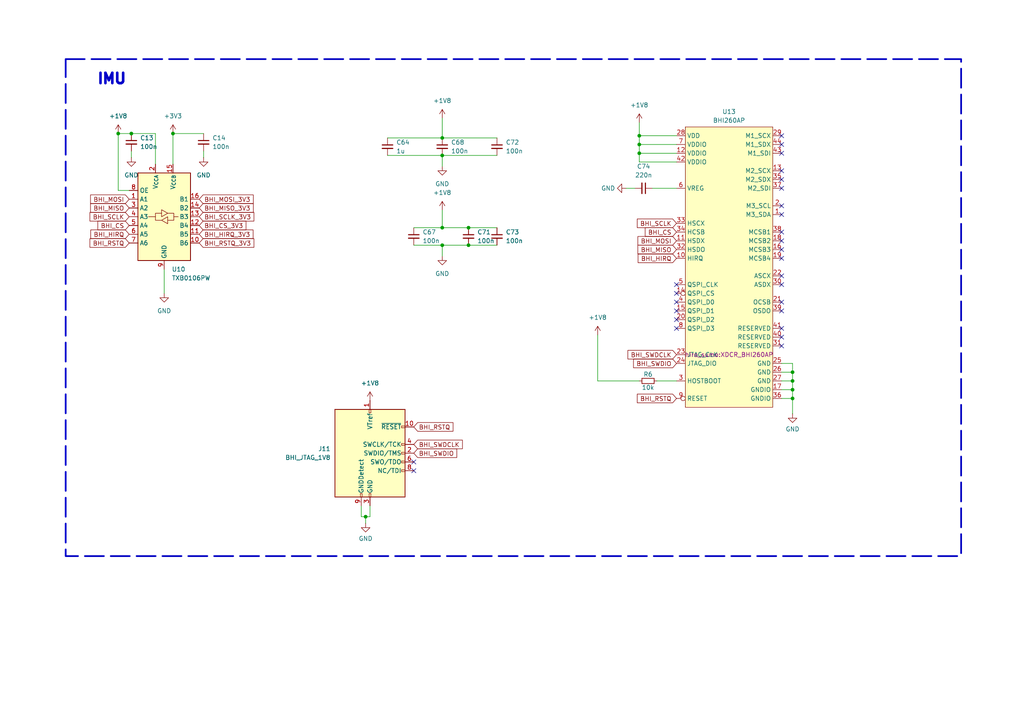
<source format=kicad_sch>
(kicad_sch
	(version 20231120)
	(generator "eeschema")
	(generator_version "8.0")
	(uuid "4793c0b0-faab-4915-a6c7-379f5c403c22")
	(paper "A4")
	(title_block
		(title "HIRO Samurai - Control Board")
		(date "2024-06-03")
		(rev "v1")
		(company "electrodonkey")
		(comment 1 "CC-BY-SA 4.0")
	)
	(lib_symbols
		(symbol "Connector:Conn_ARM_JTAG_SWD_10"
			(pin_names
				(offset 1.016)
			)
			(exclude_from_sim no)
			(in_bom yes)
			(on_board yes)
			(property "Reference" "J"
				(at -2.54 16.51 0)
				(effects
					(font
						(size 1.27 1.27)
					)
					(justify right)
				)
			)
			(property "Value" "Conn_ARM_JTAG_SWD_10"
				(at -2.54 13.97 0)
				(effects
					(font
						(size 1.27 1.27)
					)
					(justify right bottom)
				)
			)
			(property "Footprint" ""
				(at 0 0 0)
				(effects
					(font
						(size 1.27 1.27)
					)
					(hide yes)
				)
			)
			(property "Datasheet" "http://infocenter.arm.com/help/topic/com.arm.doc.ddi0314h/DDI0314H_coresight_components_trm.pdf"
				(at -8.89 -31.75 90)
				(effects
					(font
						(size 1.27 1.27)
					)
					(hide yes)
				)
			)
			(property "Description" "Cortex Debug Connector, standard ARM Cortex-M SWD and JTAG interface"
				(at 0 0 0)
				(effects
					(font
						(size 1.27 1.27)
					)
					(hide yes)
				)
			)
			(property "ki_keywords" "Cortex Debug Connector ARM SWD JTAG"
				(at 0 0 0)
				(effects
					(font
						(size 1.27 1.27)
					)
					(hide yes)
				)
			)
			(property "ki_fp_filters" "PinHeader?2x05?P1.27mm*"
				(at 0 0 0)
				(effects
					(font
						(size 1.27 1.27)
					)
					(hide yes)
				)
			)
			(symbol "Conn_ARM_JTAG_SWD_10_0_1"
				(rectangle
					(start -10.16 12.7)
					(end 10.16 -12.7)
					(stroke
						(width 0.254)
						(type default)
					)
					(fill
						(type background)
					)
				)
				(rectangle
					(start -2.794 -12.7)
					(end -2.286 -11.684)
					(stroke
						(width 0)
						(type default)
					)
					(fill
						(type none)
					)
				)
				(rectangle
					(start -0.254 -12.7)
					(end 0.254 -11.684)
					(stroke
						(width 0)
						(type default)
					)
					(fill
						(type none)
					)
				)
				(rectangle
					(start -0.254 12.7)
					(end 0.254 11.684)
					(stroke
						(width 0)
						(type default)
					)
					(fill
						(type none)
					)
				)
				(rectangle
					(start 9.144 2.286)
					(end 10.16 2.794)
					(stroke
						(width 0)
						(type default)
					)
					(fill
						(type none)
					)
				)
				(rectangle
					(start 10.16 -2.794)
					(end 9.144 -2.286)
					(stroke
						(width 0)
						(type default)
					)
					(fill
						(type none)
					)
				)
				(rectangle
					(start 10.16 -0.254)
					(end 9.144 0.254)
					(stroke
						(width 0)
						(type default)
					)
					(fill
						(type none)
					)
				)
				(rectangle
					(start 10.16 7.874)
					(end 9.144 7.366)
					(stroke
						(width 0)
						(type default)
					)
					(fill
						(type none)
					)
				)
			)
			(symbol "Conn_ARM_JTAG_SWD_10_1_1"
				(rectangle
					(start 9.144 -5.334)
					(end 10.16 -4.826)
					(stroke
						(width 0)
						(type default)
					)
					(fill
						(type none)
					)
				)
				(pin power_in line
					(at 0 15.24 270)
					(length 2.54)
					(name "VTref"
						(effects
							(font
								(size 1.27 1.27)
							)
						)
					)
					(number "1"
						(effects
							(font
								(size 1.27 1.27)
							)
						)
					)
				)
				(pin open_collector line
					(at 12.7 7.62 180)
					(length 2.54)
					(name "~{RESET}"
						(effects
							(font
								(size 1.27 1.27)
							)
						)
					)
					(number "10"
						(effects
							(font
								(size 1.27 1.27)
							)
						)
					)
				)
				(pin bidirectional line
					(at 12.7 0 180)
					(length 2.54)
					(name "SWDIO/TMS"
						(effects
							(font
								(size 1.27 1.27)
							)
						)
					)
					(number "2"
						(effects
							(font
								(size 1.27 1.27)
							)
						)
					)
				)
				(pin power_in line
					(at 0 -15.24 90)
					(length 2.54)
					(name "GND"
						(effects
							(font
								(size 1.27 1.27)
							)
						)
					)
					(number "3"
						(effects
							(font
								(size 1.27 1.27)
							)
						)
					)
				)
				(pin output line
					(at 12.7 2.54 180)
					(length 2.54)
					(name "SWCLK/TCK"
						(effects
							(font
								(size 1.27 1.27)
							)
						)
					)
					(number "4"
						(effects
							(font
								(size 1.27 1.27)
							)
						)
					)
				)
				(pin passive line
					(at 0 -15.24 90)
					(length 2.54) hide
					(name "GND"
						(effects
							(font
								(size 1.27 1.27)
							)
						)
					)
					(number "5"
						(effects
							(font
								(size 1.27 1.27)
							)
						)
					)
				)
				(pin input line
					(at 12.7 -2.54 180)
					(length 2.54)
					(name "SWO/TDO"
						(effects
							(font
								(size 1.27 1.27)
							)
						)
					)
					(number "6"
						(effects
							(font
								(size 1.27 1.27)
							)
						)
					)
				)
				(pin no_connect line
					(at -10.16 0 0)
					(length 2.54) hide
					(name "KEY"
						(effects
							(font
								(size 1.27 1.27)
							)
						)
					)
					(number "7"
						(effects
							(font
								(size 1.27 1.27)
							)
						)
					)
				)
				(pin output line
					(at 12.7 -5.08 180)
					(length 2.54)
					(name "NC/TDI"
						(effects
							(font
								(size 1.27 1.27)
							)
						)
					)
					(number "8"
						(effects
							(font
								(size 1.27 1.27)
							)
						)
					)
				)
				(pin passive line
					(at -2.54 -15.24 90)
					(length 2.54)
					(name "GNDDetect"
						(effects
							(font
								(size 1.27 1.27)
							)
						)
					)
					(number "9"
						(effects
							(font
								(size 1.27 1.27)
							)
						)
					)
				)
			)
		)
		(symbol "Device:C_Small"
			(pin_numbers hide)
			(pin_names
				(offset 0.254) hide)
			(exclude_from_sim no)
			(in_bom yes)
			(on_board yes)
			(property "Reference" "C"
				(at 0.254 1.778 0)
				(effects
					(font
						(size 1.27 1.27)
					)
					(justify left)
				)
			)
			(property "Value" "C_Small"
				(at 0.254 -2.032 0)
				(effects
					(font
						(size 1.27 1.27)
					)
					(justify left)
				)
			)
			(property "Footprint" ""
				(at 0 0 0)
				(effects
					(font
						(size 1.27 1.27)
					)
					(hide yes)
				)
			)
			(property "Datasheet" "~"
				(at 0 0 0)
				(effects
					(font
						(size 1.27 1.27)
					)
					(hide yes)
				)
			)
			(property "Description" "Unpolarized capacitor, small symbol"
				(at 0 0 0)
				(effects
					(font
						(size 1.27 1.27)
					)
					(hide yes)
				)
			)
			(property "ki_keywords" "capacitor cap"
				(at 0 0 0)
				(effects
					(font
						(size 1.27 1.27)
					)
					(hide yes)
				)
			)
			(property "ki_fp_filters" "C_*"
				(at 0 0 0)
				(effects
					(font
						(size 1.27 1.27)
					)
					(hide yes)
				)
			)
			(symbol "C_Small_0_1"
				(polyline
					(pts
						(xy -1.524 -0.508) (xy 1.524 -0.508)
					)
					(stroke
						(width 0.3302)
						(type default)
					)
					(fill
						(type none)
					)
				)
				(polyline
					(pts
						(xy -1.524 0.508) (xy 1.524 0.508)
					)
					(stroke
						(width 0.3048)
						(type default)
					)
					(fill
						(type none)
					)
				)
			)
			(symbol "C_Small_1_1"
				(pin passive line
					(at 0 2.54 270)
					(length 2.032)
					(name "~"
						(effects
							(font
								(size 1.27 1.27)
							)
						)
					)
					(number "1"
						(effects
							(font
								(size 1.27 1.27)
							)
						)
					)
				)
				(pin passive line
					(at 0 -2.54 90)
					(length 2.032)
					(name "~"
						(effects
							(font
								(size 1.27 1.27)
							)
						)
					)
					(number "2"
						(effects
							(font
								(size 1.27 1.27)
							)
						)
					)
				)
			)
		)
		(symbol "Device:R_Small"
			(pin_numbers hide)
			(pin_names
				(offset 0.254) hide)
			(exclude_from_sim no)
			(in_bom yes)
			(on_board yes)
			(property "Reference" "R"
				(at 0.762 0.508 0)
				(effects
					(font
						(size 1.27 1.27)
					)
					(justify left)
				)
			)
			(property "Value" "R_Small"
				(at 0.762 -1.016 0)
				(effects
					(font
						(size 1.27 1.27)
					)
					(justify left)
				)
			)
			(property "Footprint" ""
				(at 0 0 0)
				(effects
					(font
						(size 1.27 1.27)
					)
					(hide yes)
				)
			)
			(property "Datasheet" "~"
				(at 0 0 0)
				(effects
					(font
						(size 1.27 1.27)
					)
					(hide yes)
				)
			)
			(property "Description" "Resistor, small symbol"
				(at 0 0 0)
				(effects
					(font
						(size 1.27 1.27)
					)
					(hide yes)
				)
			)
			(property "ki_keywords" "R resistor"
				(at 0 0 0)
				(effects
					(font
						(size 1.27 1.27)
					)
					(hide yes)
				)
			)
			(property "ki_fp_filters" "R_*"
				(at 0 0 0)
				(effects
					(font
						(size 1.27 1.27)
					)
					(hide yes)
				)
			)
			(symbol "R_Small_0_1"
				(rectangle
					(start -0.762 1.778)
					(end 0.762 -1.778)
					(stroke
						(width 0.2032)
						(type default)
					)
					(fill
						(type none)
					)
				)
			)
			(symbol "R_Small_1_1"
				(pin passive line
					(at 0 2.54 270)
					(length 0.762)
					(name "~"
						(effects
							(font
								(size 1.27 1.27)
							)
						)
					)
					(number "1"
						(effects
							(font
								(size 1.27 1.27)
							)
						)
					)
				)
				(pin passive line
					(at 0 -2.54 90)
					(length 0.762)
					(name "~"
						(effects
							(font
								(size 1.27 1.27)
							)
						)
					)
					(number "2"
						(effects
							(font
								(size 1.27 1.27)
							)
						)
					)
				)
			)
		)
		(symbol "Logic_LevelTranslator:TXB0106PW"
			(exclude_from_sim no)
			(in_bom yes)
			(on_board yes)
			(property "Reference" "U"
				(at -6.35 13.97 0)
				(effects
					(font
						(size 1.27 1.27)
					)
				)
			)
			(property "Value" "TXB0106PW"
				(at 3.81 13.97 0)
				(effects
					(font
						(size 1.27 1.27)
					)
					(justify left)
				)
			)
			(property "Footprint" "Package_SO:TSSOP-16_4.4x5mm_P0.65mm"
				(at 0 -19.05 0)
				(effects
					(font
						(size 1.27 1.27)
					)
					(hide yes)
				)
			)
			(property "Datasheet" "http://www.ti.com/lit/ds/symlink/txb0106.pdf"
				(at 0 -5.08 0)
				(effects
					(font
						(size 1.27 1.27)
					)
					(hide yes)
				)
			)
			(property "Description" "6-Bit Bidirectional Voltage-Level Translator, Auto Direction Sensing and ±15-kV ESD Protection, 1.2 - 3.6V APort, 1.65 - 5.5V BPort, TSSOP-16"
				(at 0 0 0)
				(effects
					(font
						(size 1.27 1.27)
					)
					(hide yes)
				)
			)
			(property "ki_keywords" "bidirectional voltage level translator"
				(at 0 0 0)
				(effects
					(font
						(size 1.27 1.27)
					)
					(hide yes)
				)
			)
			(property "ki_fp_filters" "TSSOP*4.4x5mm*P0.65mm*"
				(at 0 0 0)
				(effects
					(font
						(size 1.27 1.27)
					)
					(hide yes)
				)
			)
			(symbol "TXB0106PW_0_1"
				(rectangle
					(start -7.62 12.7)
					(end 7.62 -12.7)
					(stroke
						(width 0.254)
						(type default)
					)
					(fill
						(type background)
					)
				)
				(polyline
					(pts
						(xy -2.54 0) (xy -2.54 1.016) (xy -0.762 1.016)
					)
					(stroke
						(width 0)
						(type default)
					)
					(fill
						(type none)
					)
				)
				(polyline
					(pts
						(xy 2.794 0) (xy 2.794 -1.016) (xy 1.016 -1.016)
					)
					(stroke
						(width 0)
						(type default)
					)
					(fill
						(type none)
					)
				)
				(polyline
					(pts
						(xy -0.762 -1.016) (xy -2.54 -1.016) (xy -2.54 0) (xy -4.572 0)
					)
					(stroke
						(width 0)
						(type default)
					)
					(fill
						(type none)
					)
				)
				(polyline
					(pts
						(xy -0.762 -1.016) (xy 1.016 0) (xy 1.016 -2.032) (xy -0.762 -1.016)
					)
					(stroke
						(width 0)
						(type default)
					)
					(fill
						(type none)
					)
				)
				(polyline
					(pts
						(xy 1.016 1.016) (xy -0.762 0) (xy -0.762 2.032) (xy 1.016 1.016)
					)
					(stroke
						(width 0)
						(type default)
					)
					(fill
						(type none)
					)
				)
				(polyline
					(pts
						(xy 1.016 1.016) (xy 2.794 1.016) (xy 2.794 0) (xy 4.064 0)
					)
					(stroke
						(width 0)
						(type default)
					)
					(fill
						(type none)
					)
				)
			)
			(symbol "TXB0106PW_1_1"
				(pin bidirectional line
					(at -10.16 5.08 0)
					(length 2.54)
					(name "A1"
						(effects
							(font
								(size 1.27 1.27)
							)
						)
					)
					(number "1"
						(effects
							(font
								(size 1.27 1.27)
							)
						)
					)
				)
				(pin bidirectional line
					(at 10.16 -7.62 180)
					(length 2.54)
					(name "B6"
						(effects
							(font
								(size 1.27 1.27)
							)
						)
					)
					(number "10"
						(effects
							(font
								(size 1.27 1.27)
							)
						)
					)
				)
				(pin bidirectional line
					(at 10.16 -5.08 180)
					(length 2.54)
					(name "B5"
						(effects
							(font
								(size 1.27 1.27)
							)
						)
					)
					(number "11"
						(effects
							(font
								(size 1.27 1.27)
							)
						)
					)
				)
				(pin bidirectional line
					(at 10.16 -2.54 180)
					(length 2.54)
					(name "B4"
						(effects
							(font
								(size 1.27 1.27)
							)
						)
					)
					(number "12"
						(effects
							(font
								(size 1.27 1.27)
							)
						)
					)
				)
				(pin bidirectional line
					(at 10.16 0 180)
					(length 2.54)
					(name "B3"
						(effects
							(font
								(size 1.27 1.27)
							)
						)
					)
					(number "13"
						(effects
							(font
								(size 1.27 1.27)
							)
						)
					)
				)
				(pin bidirectional line
					(at 10.16 2.54 180)
					(length 2.54)
					(name "B2"
						(effects
							(font
								(size 1.27 1.27)
							)
						)
					)
					(number "14"
						(effects
							(font
								(size 1.27 1.27)
							)
						)
					)
				)
				(pin power_in line
					(at 2.54 15.24 270)
					(length 2.54)
					(name "V_{CCB}"
						(effects
							(font
								(size 1.27 1.27)
							)
						)
					)
					(number "15"
						(effects
							(font
								(size 1.27 1.27)
							)
						)
					)
				)
				(pin bidirectional line
					(at 10.16 5.08 180)
					(length 2.54)
					(name "B1"
						(effects
							(font
								(size 1.27 1.27)
							)
						)
					)
					(number "16"
						(effects
							(font
								(size 1.27 1.27)
							)
						)
					)
				)
				(pin power_in line
					(at -2.54 15.24 270)
					(length 2.54)
					(name "V_{CCA}"
						(effects
							(font
								(size 1.27 1.27)
							)
						)
					)
					(number "2"
						(effects
							(font
								(size 1.27 1.27)
							)
						)
					)
				)
				(pin bidirectional line
					(at -10.16 2.54 0)
					(length 2.54)
					(name "A2"
						(effects
							(font
								(size 1.27 1.27)
							)
						)
					)
					(number "3"
						(effects
							(font
								(size 1.27 1.27)
							)
						)
					)
				)
				(pin bidirectional line
					(at -10.16 0 0)
					(length 2.54)
					(name "A3"
						(effects
							(font
								(size 1.27 1.27)
							)
						)
					)
					(number "4"
						(effects
							(font
								(size 1.27 1.27)
							)
						)
					)
				)
				(pin bidirectional line
					(at -10.16 -2.54 0)
					(length 2.54)
					(name "A4"
						(effects
							(font
								(size 1.27 1.27)
							)
						)
					)
					(number "5"
						(effects
							(font
								(size 1.27 1.27)
							)
						)
					)
				)
				(pin bidirectional line
					(at -10.16 -5.08 0)
					(length 2.54)
					(name "A5"
						(effects
							(font
								(size 1.27 1.27)
							)
						)
					)
					(number "6"
						(effects
							(font
								(size 1.27 1.27)
							)
						)
					)
				)
				(pin bidirectional line
					(at -10.16 -7.62 0)
					(length 2.54)
					(name "A6"
						(effects
							(font
								(size 1.27 1.27)
							)
						)
					)
					(number "7"
						(effects
							(font
								(size 1.27 1.27)
							)
						)
					)
				)
				(pin input line
					(at -10.16 7.62 0)
					(length 2.54)
					(name "OE"
						(effects
							(font
								(size 1.27 1.27)
							)
						)
					)
					(number "8"
						(effects
							(font
								(size 1.27 1.27)
							)
						)
					)
				)
				(pin power_in line
					(at 0 -15.24 90)
					(length 2.54)
					(name "GND"
						(effects
							(font
								(size 1.27 1.27)
							)
						)
					)
					(number "9"
						(effects
							(font
								(size 1.27 1.27)
							)
						)
					)
				)
			)
		)
		(symbol "bhi260ap:BHI260AP"
			(exclude_from_sim no)
			(in_bom yes)
			(on_board yes)
			(property "Reference" "U"
				(at 2.54 -40.64 0)
				(effects
					(font
						(size 1.27 1.27)
					)
					(justify top)
				)
			)
			(property "Value" "BHI260AP"
				(at 12.7 40.64 0)
				(effects
					(font
						(size 1.27 1.27)
					)
					(justify right bottom)
				)
			)
			(property "Footprint" "imu_magneto:XDCR_BHI260AP"
				(at 0 -25.4 0)
				(effects
					(font
						(size 1.27 1.27)
					)
					(hide yes)
				)
			)
			(property "Datasheet" "https://www.bosch-sensortec.com/media/boschsensortec/downloads/datasheets/bst-bhi260ap-ds000.pdf"
				(at 0 -45.72 0)
				(effects
					(font
						(size 1.27 1.27)
					)
					(hide yes)
				)
			)
			(property "Description" "Smart IMU"
				(at 2.54 -48.26 0)
				(effects
					(font
						(size 1.27 1.27)
					)
					(hide yes)
				)
			)
			(property "ki_keywords" "IMU"
				(at 0 0 0)
				(effects
					(font
						(size 1.27 1.27)
					)
					(hide yes)
				)
			)
			(symbol "BHI260AP_0_0"
				(pin bidirectional line
					(at 15.24 15.24 180)
					(length 2.54)
					(name "M3_SDA"
						(effects
							(font
								(size 1.27 1.27)
							)
						)
					)
					(number "1"
						(effects
							(font
								(size 1.27 1.27)
							)
						)
					)
				)
				(pin bidirectional line
					(at -15.24 2.54 0)
					(length 2.54)
					(name "HIRQ"
						(effects
							(font
								(size 1.27 1.27)
							)
						)
					)
					(number "10"
						(effects
							(font
								(size 1.27 1.27)
							)
						)
					)
				)
				(pin bidirectional line
					(at -15.24 7.62 0)
					(length 2.54)
					(name "HSDX"
						(effects
							(font
								(size 1.27 1.27)
							)
						)
					)
					(number "11"
						(effects
							(font
								(size 1.27 1.27)
							)
						)
					)
				)
				(pin bidirectional line
					(at -15.24 33.02 0)
					(length 2.54)
					(name "VDDIO"
						(effects
							(font
								(size 1.27 1.27)
							)
						)
					)
					(number "12"
						(effects
							(font
								(size 1.27 1.27)
							)
						)
					)
				)
				(pin bidirectional line
					(at 15.24 27.94 180)
					(length 2.54)
					(name "M2_SCX"
						(effects
							(font
								(size 1.27 1.27)
							)
						)
					)
					(number "13"
						(effects
							(font
								(size 1.27 1.27)
							)
						)
					)
				)
				(pin bidirectional inverted
					(at -15.24 -7.62 0)
					(length 2.54)
					(name "QSPI_CS"
						(effects
							(font
								(size 1.27 1.27)
							)
						)
					)
					(number "14"
						(effects
							(font
								(size 1.27 1.27)
							)
						)
					)
				)
				(pin bidirectional line
					(at -15.24 -12.7 0)
					(length 2.54)
					(name "QSPI_D1"
						(effects
							(font
								(size 1.27 1.27)
							)
						)
					)
					(number "15"
						(effects
							(font
								(size 1.27 1.27)
							)
						)
					)
				)
				(pin bidirectional line
					(at 15.24 5.08 180)
					(length 2.54)
					(name "MCSB3"
						(effects
							(font
								(size 1.27 1.27)
							)
						)
					)
					(number "16"
						(effects
							(font
								(size 1.27 1.27)
							)
						)
					)
				)
				(pin bidirectional line
					(at 15.24 -35.56 180)
					(length 2.54)
					(name "GNDIO"
						(effects
							(font
								(size 1.27 1.27)
							)
						)
					)
					(number "17"
						(effects
							(font
								(size 1.27 1.27)
							)
						)
					)
				)
				(pin bidirectional line
					(at 15.24 7.62 180)
					(length 2.54)
					(name "MCSB2"
						(effects
							(font
								(size 1.27 1.27)
							)
						)
					)
					(number "18"
						(effects
							(font
								(size 1.27 1.27)
							)
						)
					)
				)
				(pin bidirectional line
					(at 15.24 2.54 180)
					(length 2.54)
					(name "MCSB4"
						(effects
							(font
								(size 1.27 1.27)
							)
						)
					)
					(number "19"
						(effects
							(font
								(size 1.27 1.27)
							)
						)
					)
				)
				(pin bidirectional line
					(at 15.24 17.78 180)
					(length 2.54)
					(name "M3_SCL"
						(effects
							(font
								(size 1.27 1.27)
							)
						)
					)
					(number "2"
						(effects
							(font
								(size 1.27 1.27)
							)
						)
					)
				)
				(pin bidirectional line
					(at -15.24 -15.24 0)
					(length 2.54)
					(name "QSPI_D2"
						(effects
							(font
								(size 1.27 1.27)
							)
						)
					)
					(number "20"
						(effects
							(font
								(size 1.27 1.27)
							)
						)
					)
				)
				(pin bidirectional line
					(at 15.24 -10.16 180)
					(length 2.54)
					(name "OCSB"
						(effects
							(font
								(size 1.27 1.27)
							)
						)
					)
					(number "21"
						(effects
							(font
								(size 1.27 1.27)
							)
						)
					)
				)
				(pin bidirectional line
					(at 15.24 -2.54 180)
					(length 2.54)
					(name "ASCX"
						(effects
							(font
								(size 1.27 1.27)
							)
						)
					)
					(number "22"
						(effects
							(font
								(size 1.27 1.27)
							)
						)
					)
				)
				(pin bidirectional line
					(at -15.24 -25.4 0)
					(length 2.54)
					(name "JTAG_CLK"
						(effects
							(font
								(size 1.27 1.27)
							)
						)
					)
					(number "23"
						(effects
							(font
								(size 1.27 1.27)
							)
						)
					)
				)
				(pin bidirectional line
					(at -15.24 -27.94 0)
					(length 2.54)
					(name "JTAG_DIO"
						(effects
							(font
								(size 1.27 1.27)
							)
						)
					)
					(number "24"
						(effects
							(font
								(size 1.27 1.27)
							)
						)
					)
				)
				(pin bidirectional line
					(at 15.24 -27.94 180)
					(length 2.54)
					(name "GND"
						(effects
							(font
								(size 1.27 1.27)
							)
						)
					)
					(number "25"
						(effects
							(font
								(size 1.27 1.27)
							)
						)
					)
				)
				(pin bidirectional line
					(at 15.24 -30.48 180)
					(length 2.54)
					(name "GND"
						(effects
							(font
								(size 1.27 1.27)
							)
						)
					)
					(number "26"
						(effects
							(font
								(size 1.27 1.27)
							)
						)
					)
				)
				(pin bidirectional line
					(at 15.24 -33.02 180)
					(length 2.54)
					(name "GND"
						(effects
							(font
								(size 1.27 1.27)
							)
						)
					)
					(number "27"
						(effects
							(font
								(size 1.27 1.27)
							)
						)
					)
				)
				(pin bidirectional line
					(at -15.24 38.1 0)
					(length 2.54)
					(name "VDD"
						(effects
							(font
								(size 1.27 1.27)
							)
						)
					)
					(number "28"
						(effects
							(font
								(size 1.27 1.27)
							)
						)
					)
				)
				(pin bidirectional line
					(at 15.24 38.1 180)
					(length 2.54)
					(name "M1_SCX"
						(effects
							(font
								(size 1.27 1.27)
							)
						)
					)
					(number "29"
						(effects
							(font
								(size 1.27 1.27)
							)
						)
					)
				)
				(pin bidirectional line
					(at -15.24 -33.02 0)
					(length 2.54)
					(name "HOSTBOOT"
						(effects
							(font
								(size 1.27 1.27)
							)
						)
					)
					(number "3"
						(effects
							(font
								(size 1.27 1.27)
							)
						)
					)
				)
				(pin bidirectional line
					(at 15.24 -5.08 180)
					(length 2.54)
					(name "ASDX"
						(effects
							(font
								(size 1.27 1.27)
							)
						)
					)
					(number "30"
						(effects
							(font
								(size 1.27 1.27)
							)
						)
					)
				)
				(pin bidirectional line
					(at 15.24 -22.86 180)
					(length 2.54)
					(name "RESERVED"
						(effects
							(font
								(size 1.27 1.27)
							)
						)
					)
					(number "31"
						(effects
							(font
								(size 1.27 1.27)
							)
						)
					)
				)
				(pin bidirectional line
					(at -15.24 5.08 0)
					(length 2.54)
					(name "HSDO"
						(effects
							(font
								(size 1.27 1.27)
							)
						)
					)
					(number "32"
						(effects
							(font
								(size 1.27 1.27)
							)
						)
					)
				)
				(pin bidirectional line
					(at -15.24 12.7 0)
					(length 2.54)
					(name "HSCX"
						(effects
							(font
								(size 1.27 1.27)
							)
						)
					)
					(number "33"
						(effects
							(font
								(size 1.27 1.27)
							)
						)
					)
				)
				(pin bidirectional line
					(at -15.24 10.16 0)
					(length 2.54)
					(name "HCSB"
						(effects
							(font
								(size 1.27 1.27)
							)
						)
					)
					(number "34"
						(effects
							(font
								(size 1.27 1.27)
							)
						)
					)
				)
				(pin bidirectional line
					(at 15.24 25.4 180)
					(length 2.54)
					(name "M2_SDX"
						(effects
							(font
								(size 1.27 1.27)
							)
						)
					)
					(number "35"
						(effects
							(font
								(size 1.27 1.27)
							)
						)
					)
				)
				(pin bidirectional line
					(at 15.24 -38.1 180)
					(length 2.54)
					(name "GNDIO"
						(effects
							(font
								(size 1.27 1.27)
							)
						)
					)
					(number "36"
						(effects
							(font
								(size 1.27 1.27)
							)
						)
					)
				)
				(pin bidirectional line
					(at 15.24 22.86 180)
					(length 2.54)
					(name "M2_SDI"
						(effects
							(font
								(size 1.27 1.27)
							)
						)
					)
					(number "37"
						(effects
							(font
								(size 1.27 1.27)
							)
						)
					)
				)
				(pin bidirectional line
					(at 15.24 10.16 180)
					(length 2.54)
					(name "MCSB1"
						(effects
							(font
								(size 1.27 1.27)
							)
						)
					)
					(number "38"
						(effects
							(font
								(size 1.27 1.27)
							)
						)
					)
				)
				(pin bidirectional line
					(at 15.24 -12.7 180)
					(length 2.54)
					(name "OSDO"
						(effects
							(font
								(size 1.27 1.27)
							)
						)
					)
					(number "39"
						(effects
							(font
								(size 1.27 1.27)
							)
						)
					)
				)
				(pin bidirectional line
					(at -15.24 -10.16 0)
					(length 2.54)
					(name "QSPI_D0"
						(effects
							(font
								(size 1.27 1.27)
							)
						)
					)
					(number "4"
						(effects
							(font
								(size 1.27 1.27)
							)
						)
					)
				)
				(pin bidirectional line
					(at 15.24 -20.32 180)
					(length 2.54)
					(name "RESERVED"
						(effects
							(font
								(size 1.27 1.27)
							)
						)
					)
					(number "40"
						(effects
							(font
								(size 1.27 1.27)
							)
						)
					)
				)
				(pin bidirectional line
					(at 15.24 -17.78 180)
					(length 2.54)
					(name "RESERVED"
						(effects
							(font
								(size 1.27 1.27)
							)
						)
					)
					(number "41"
						(effects
							(font
								(size 1.27 1.27)
							)
						)
					)
				)
				(pin bidirectional line
					(at -15.24 30.48 0)
					(length 2.54)
					(name "VDDIO"
						(effects
							(font
								(size 1.27 1.27)
							)
						)
					)
					(number "42"
						(effects
							(font
								(size 1.27 1.27)
							)
						)
					)
				)
				(pin bidirectional line
					(at 15.24 33.02 180)
					(length 2.54)
					(name "M1_SDI"
						(effects
							(font
								(size 1.27 1.27)
							)
						)
					)
					(number "43"
						(effects
							(font
								(size 1.27 1.27)
							)
						)
					)
				)
				(pin bidirectional line
					(at 15.24 35.56 180)
					(length 2.54)
					(name "M1_SDX"
						(effects
							(font
								(size 1.27 1.27)
							)
						)
					)
					(number "44"
						(effects
							(font
								(size 1.27 1.27)
							)
						)
					)
				)
				(pin bidirectional line
					(at -15.24 -5.08 0)
					(length 2.54)
					(name "QSPI_CLK"
						(effects
							(font
								(size 1.27 1.27)
							)
						)
					)
					(number "5"
						(effects
							(font
								(size 1.27 1.27)
							)
						)
					)
				)
				(pin bidirectional line
					(at -15.24 22.86 0)
					(length 2.54)
					(name "VREG"
						(effects
							(font
								(size 1.27 1.27)
							)
						)
					)
					(number "6"
						(effects
							(font
								(size 1.27 1.27)
							)
						)
					)
				)
				(pin bidirectional line
					(at -15.24 35.56 0)
					(length 2.54)
					(name "VDDIO"
						(effects
							(font
								(size 1.27 1.27)
							)
						)
					)
					(number "7"
						(effects
							(font
								(size 1.27 1.27)
							)
						)
					)
				)
				(pin bidirectional line
					(at -15.24 -17.78 0)
					(length 2.54)
					(name "QSPI_D3"
						(effects
							(font
								(size 1.27 1.27)
							)
						)
					)
					(number "8"
						(effects
							(font
								(size 1.27 1.27)
							)
						)
					)
				)
				(pin bidirectional inverted
					(at -15.24 -38.1 0)
					(length 2.54)
					(name "RESET"
						(effects
							(font
								(size 1.27 1.27)
							)
						)
					)
					(number "9"
						(effects
							(font
								(size 1.27 1.27)
							)
						)
					)
				)
			)
			(symbol "BHI260AP_1_1"
				(rectangle
					(start -12.7 40.64)
					(end 12.7 -40.64)
					(stroke
						(width 0)
						(type default)
					)
					(fill
						(type background)
					)
				)
			)
		)
		(symbol "power:+1V8"
			(power)
			(pin_numbers hide)
			(pin_names
				(offset 0) hide)
			(exclude_from_sim no)
			(in_bom yes)
			(on_board yes)
			(property "Reference" "#PWR"
				(at 0 -3.81 0)
				(effects
					(font
						(size 1.27 1.27)
					)
					(hide yes)
				)
			)
			(property "Value" "+1V8"
				(at 0 3.556 0)
				(effects
					(font
						(size 1.27 1.27)
					)
				)
			)
			(property "Footprint" ""
				(at 0 0 0)
				(effects
					(font
						(size 1.27 1.27)
					)
					(hide yes)
				)
			)
			(property "Datasheet" ""
				(at 0 0 0)
				(effects
					(font
						(size 1.27 1.27)
					)
					(hide yes)
				)
			)
			(property "Description" "Power symbol creates a global label with name \"+1V8\""
				(at 0 0 0)
				(effects
					(font
						(size 1.27 1.27)
					)
					(hide yes)
				)
			)
			(property "ki_keywords" "global power"
				(at 0 0 0)
				(effects
					(font
						(size 1.27 1.27)
					)
					(hide yes)
				)
			)
			(symbol "+1V8_0_1"
				(polyline
					(pts
						(xy -0.762 1.27) (xy 0 2.54)
					)
					(stroke
						(width 0)
						(type default)
					)
					(fill
						(type none)
					)
				)
				(polyline
					(pts
						(xy 0 0) (xy 0 2.54)
					)
					(stroke
						(width 0)
						(type default)
					)
					(fill
						(type none)
					)
				)
				(polyline
					(pts
						(xy 0 2.54) (xy 0.762 1.27)
					)
					(stroke
						(width 0)
						(type default)
					)
					(fill
						(type none)
					)
				)
			)
			(symbol "+1V8_1_1"
				(pin power_in line
					(at 0 0 90)
					(length 0)
					(name "~"
						(effects
							(font
								(size 1.27 1.27)
							)
						)
					)
					(number "1"
						(effects
							(font
								(size 1.27 1.27)
							)
						)
					)
				)
			)
		)
		(symbol "power:+3V3"
			(power)
			(pin_numbers hide)
			(pin_names
				(offset 0) hide)
			(exclude_from_sim no)
			(in_bom yes)
			(on_board yes)
			(property "Reference" "#PWR"
				(at 0 -3.81 0)
				(effects
					(font
						(size 1.27 1.27)
					)
					(hide yes)
				)
			)
			(property "Value" "+3V3"
				(at 0 3.556 0)
				(effects
					(font
						(size 1.27 1.27)
					)
				)
			)
			(property "Footprint" ""
				(at 0 0 0)
				(effects
					(font
						(size 1.27 1.27)
					)
					(hide yes)
				)
			)
			(property "Datasheet" ""
				(at 0 0 0)
				(effects
					(font
						(size 1.27 1.27)
					)
					(hide yes)
				)
			)
			(property "Description" "Power symbol creates a global label with name \"+3V3\""
				(at 0 0 0)
				(effects
					(font
						(size 1.27 1.27)
					)
					(hide yes)
				)
			)
			(property "ki_keywords" "global power"
				(at 0 0 0)
				(effects
					(font
						(size 1.27 1.27)
					)
					(hide yes)
				)
			)
			(symbol "+3V3_0_1"
				(polyline
					(pts
						(xy -0.762 1.27) (xy 0 2.54)
					)
					(stroke
						(width 0)
						(type default)
					)
					(fill
						(type none)
					)
				)
				(polyline
					(pts
						(xy 0 0) (xy 0 2.54)
					)
					(stroke
						(width 0)
						(type default)
					)
					(fill
						(type none)
					)
				)
				(polyline
					(pts
						(xy 0 2.54) (xy 0.762 1.27)
					)
					(stroke
						(width 0)
						(type default)
					)
					(fill
						(type none)
					)
				)
			)
			(symbol "+3V3_1_1"
				(pin power_in line
					(at 0 0 90)
					(length 0)
					(name "~"
						(effects
							(font
								(size 1.27 1.27)
							)
						)
					)
					(number "1"
						(effects
							(font
								(size 1.27 1.27)
							)
						)
					)
				)
			)
		)
		(symbol "power:GND"
			(power)
			(pin_numbers hide)
			(pin_names
				(offset 0) hide)
			(exclude_from_sim no)
			(in_bom yes)
			(on_board yes)
			(property "Reference" "#PWR"
				(at 0 -6.35 0)
				(effects
					(font
						(size 1.27 1.27)
					)
					(hide yes)
				)
			)
			(property "Value" "GND"
				(at 0 -3.81 0)
				(effects
					(font
						(size 1.27 1.27)
					)
				)
			)
			(property "Footprint" ""
				(at 0 0 0)
				(effects
					(font
						(size 1.27 1.27)
					)
					(hide yes)
				)
			)
			(property "Datasheet" ""
				(at 0 0 0)
				(effects
					(font
						(size 1.27 1.27)
					)
					(hide yes)
				)
			)
			(property "Description" "Power symbol creates a global label with name \"GND\" , ground"
				(at 0 0 0)
				(effects
					(font
						(size 1.27 1.27)
					)
					(hide yes)
				)
			)
			(property "ki_keywords" "global power"
				(at 0 0 0)
				(effects
					(font
						(size 1.27 1.27)
					)
					(hide yes)
				)
			)
			(symbol "GND_0_1"
				(polyline
					(pts
						(xy 0 0) (xy 0 -1.27) (xy 1.27 -1.27) (xy 0 -2.54) (xy -1.27 -1.27) (xy 0 -1.27)
					)
					(stroke
						(width 0)
						(type default)
					)
					(fill
						(type none)
					)
				)
			)
			(symbol "GND_1_1"
				(pin power_in line
					(at 0 0 270)
					(length 0)
					(name "~"
						(effects
							(font
								(size 1.27 1.27)
							)
						)
					)
					(number "1"
						(effects
							(font
								(size 1.27 1.27)
							)
						)
					)
				)
			)
		)
	)
	(junction
		(at 135.89 66.04)
		(diameter 0)
		(color 0 0 0 0)
		(uuid "0286248f-5eac-4114-8216-d8283e780ffd")
	)
	(junction
		(at 229.87 110.49)
		(diameter 0)
		(color 0 0 0 0)
		(uuid "094de491-1ff5-4c35-980b-e8c88a51a5b0")
	)
	(junction
		(at 106.045 149.86)
		(diameter 0)
		(color 0 0 0 0)
		(uuid "0baa2de8-3bd9-42f2-9b00-6482443cff45")
	)
	(junction
		(at 229.87 115.57)
		(diameter 0)
		(color 0 0 0 0)
		(uuid "22fe3932-05f9-457c-8c2d-9aeb36fe8f34")
	)
	(junction
		(at 128.27 71.12)
		(diameter 0)
		(color 0 0 0 0)
		(uuid "237ff51c-e6fe-46b3-9c6b-4cf44bbc6b9e")
	)
	(junction
		(at 229.87 113.03)
		(diameter 0)
		(color 0 0 0 0)
		(uuid "3cc2936f-f52c-4e3d-8aa8-8201aa5120d7")
	)
	(junction
		(at 229.87 107.95)
		(diameter 0)
		(color 0 0 0 0)
		(uuid "6dd315e5-8f5a-4efc-8569-2a0a49e9801e")
	)
	(junction
		(at 128.27 45.085)
		(diameter 0)
		(color 0 0 0 0)
		(uuid "70e97c26-f28c-4476-b47e-5e6f94c78a12")
	)
	(junction
		(at 128.27 66.04)
		(diameter 0)
		(color 0 0 0 0)
		(uuid "7581c3c2-18f8-4e2b-96d9-52b4358ac473")
	)
	(junction
		(at 185.42 44.45)
		(diameter 0)
		(color 0 0 0 0)
		(uuid "874f3922-9a03-4bc0-9965-76bf87c10348")
	)
	(junction
		(at 185.42 39.37)
		(diameter 0)
		(color 0 0 0 0)
		(uuid "88b31d2f-f1ed-4c96-ba5e-0b97eae44f4c")
	)
	(junction
		(at 50.165 38.735)
		(diameter 0)
		(color 0 0 0 0)
		(uuid "a97e63fe-6070-41f8-8f9b-d8fe9b09df2b")
	)
	(junction
		(at 135.89 71.12)
		(diameter 0)
		(color 0 0 0 0)
		(uuid "b93f76c3-94b1-4fb0-a710-110df22c4549")
	)
	(junction
		(at 34.29 38.735)
		(diameter 0)
		(color 0 0 0 0)
		(uuid "dea9d0e7-7cd1-497a-88b9-2d4dd7277fd0")
	)
	(junction
		(at 128.27 40.005)
		(diameter 0)
		(color 0 0 0 0)
		(uuid "e0fb1f15-f9fb-4445-859e-bad036b33520")
	)
	(junction
		(at 185.42 41.91)
		(diameter 0)
		(color 0 0 0 0)
		(uuid "e7c34f4c-53a8-48fb-b95d-a096cf346c9e")
	)
	(junction
		(at 38.1 38.735)
		(diameter 0)
		(color 0 0 0 0)
		(uuid "fab7ca76-3b42-47d0-a62d-c148b735b6b1")
	)
	(no_connect
		(at 196.215 92.71)
		(uuid "37b9bbe2-7c78-4cb5-b997-3a3adb20a96c")
	)
	(no_connect
		(at 226.695 49.53)
		(uuid "3ee3c369-17c5-48a8-b8de-b7c1c1a60789")
	)
	(no_connect
		(at 226.695 54.61)
		(uuid "4344cc93-b045-45f4-9092-a30e52205c0e")
	)
	(no_connect
		(at 226.695 100.33)
		(uuid "46b96bcb-61b0-467e-a5e4-764422c2002e")
	)
	(no_connect
		(at 226.695 90.17)
		(uuid "47c92336-f833-49f2-9619-ac5290b67504")
	)
	(no_connect
		(at 196.215 82.55)
		(uuid "4a3c0ef1-61ba-4fd3-aa0b-9c3a2e67c35b")
	)
	(no_connect
		(at 226.695 59.69)
		(uuid "553ddd83-add0-422d-be44-cc3301e90142")
	)
	(no_connect
		(at 226.695 44.45)
		(uuid "5542a10c-e03d-4310-865d-e3d537c103fd")
	)
	(no_connect
		(at 120.015 136.525)
		(uuid "569fd784-f437-4fb7-8849-1fad489da898")
	)
	(no_connect
		(at 226.695 74.93)
		(uuid "5e7057d1-3cae-4430-895e-d8dd60a53155")
	)
	(no_connect
		(at 196.215 87.63)
		(uuid "610a28a4-b9ff-4715-b8bb-6673bea858cf")
	)
	(no_connect
		(at 226.695 41.91)
		(uuid "70cf2a3d-9437-4776-bcfa-c055b6964dfa")
	)
	(no_connect
		(at 226.695 69.85)
		(uuid "81650524-30d6-493c-9027-6541253e4e6e")
	)
	(no_connect
		(at 226.695 97.79)
		(uuid "a464505d-99f4-4cc0-9fd1-2d0b6ae6a83f")
	)
	(no_connect
		(at 196.215 95.25)
		(uuid "a562ee2f-4fdf-47f8-8373-1afe26774d14")
	)
	(no_connect
		(at 226.695 67.31)
		(uuid "a98c0b6c-c9af-424b-93e3-67a6863fd0b7")
	)
	(no_connect
		(at 226.695 52.07)
		(uuid "af05d126-5bdc-4ece-8506-06163c3b35d8")
	)
	(no_connect
		(at 196.215 90.17)
		(uuid "b800f04b-86a5-49be-b88f-0e15f66fc2b4")
	)
	(no_connect
		(at 120.015 133.985)
		(uuid "bb10fc8b-67c0-4e1e-a25b-633a4399859c")
	)
	(no_connect
		(at 226.695 62.23)
		(uuid "c6a48046-9227-47a7-a64f-5d61f008d434")
	)
	(no_connect
		(at 226.695 80.01)
		(uuid "d5c70f3a-7da8-497b-aaac-8d850d08d3ee")
	)
	(no_connect
		(at 226.695 72.39)
		(uuid "e25a70d9-499a-447f-a152-6c6afff96190")
	)
	(no_connect
		(at 226.695 82.55)
		(uuid "e3a7e241-a01c-4b87-9357-acceb875ce25")
	)
	(no_connect
		(at 226.695 39.37)
		(uuid "f8054935-8084-4ae6-8795-c7a401cbbba0")
	)
	(no_connect
		(at 226.695 95.25)
		(uuid "f8bc0a92-cc2f-4542-aa33-ad01206fb4c7")
	)
	(no_connect
		(at 226.695 87.63)
		(uuid "fa9500e7-bdb8-4360-9a91-140fa11392a2")
	)
	(no_connect
		(at 196.215 85.09)
		(uuid "fd226810-e37a-48b3-b934-d3703b732e7d")
	)
	(wire
		(pts
			(xy 104.775 149.86) (xy 104.775 146.685)
		)
		(stroke
			(width 0)
			(type default)
		)
		(uuid "014d57d7-ca7a-4444-87e8-5ae0c0138b5c")
	)
	(wire
		(pts
			(xy 185.42 39.37) (xy 196.215 39.37)
		)
		(stroke
			(width 0)
			(type default)
		)
		(uuid "01f98f71-db3f-4499-abff-927cdd72d543")
	)
	(wire
		(pts
			(xy 34.29 38.735) (xy 38.1 38.735)
		)
		(stroke
			(width 0)
			(type default)
		)
		(uuid "0cdd96df-c699-44e3-a001-feb5a8d9c275")
	)
	(wire
		(pts
			(xy 185.42 41.91) (xy 185.42 44.45)
		)
		(stroke
			(width 0)
			(type default)
		)
		(uuid "16ea3038-8e7e-49b6-810b-8e96b4840c2a")
	)
	(wire
		(pts
			(xy 135.89 71.12) (xy 144.145 71.12)
		)
		(stroke
			(width 0)
			(type default)
		)
		(uuid "1eb1fb75-def0-4fff-9659-5b9e95983d14")
	)
	(wire
		(pts
			(xy 226.695 107.95) (xy 229.87 107.95)
		)
		(stroke
			(width 0)
			(type default)
		)
		(uuid "21d09721-d0b0-4a51-bc4f-e8838db4e445")
	)
	(wire
		(pts
			(xy 226.695 110.49) (xy 229.87 110.49)
		)
		(stroke
			(width 0)
			(type default)
		)
		(uuid "22497312-d2d7-4029-b01c-06f27f631853")
	)
	(wire
		(pts
			(xy 47.625 78.105) (xy 47.625 85.09)
		)
		(stroke
			(width 0)
			(type default)
		)
		(uuid "2405e621-e962-4015-861c-98073600e669")
	)
	(wire
		(pts
			(xy 128.27 45.085) (xy 128.27 48.26)
		)
		(stroke
			(width 0)
			(type default)
		)
		(uuid "306be772-82d2-4ce6-b666-9ac195b88860")
	)
	(wire
		(pts
			(xy 128.27 34.29) (xy 128.27 40.005)
		)
		(stroke
			(width 0)
			(type default)
		)
		(uuid "3426bf46-db72-402a-a430-d3a2f7666807")
	)
	(wire
		(pts
			(xy 173.355 110.49) (xy 185.42 110.49)
		)
		(stroke
			(width 0)
			(type default)
		)
		(uuid "3822302e-6919-44af-872a-7c1f568f3be8")
	)
	(wire
		(pts
			(xy 128.27 45.085) (xy 144.145 45.085)
		)
		(stroke
			(width 0)
			(type default)
		)
		(uuid "382aa1a9-319b-47a5-b203-734bbd1d0c72")
	)
	(wire
		(pts
			(xy 34.29 55.245) (xy 37.465 55.245)
		)
		(stroke
			(width 0)
			(type default)
		)
		(uuid "3bcf88f5-ecc1-40b1-b9dd-9f9a4a7d4bdd")
	)
	(wire
		(pts
			(xy 173.355 97.155) (xy 173.355 110.49)
		)
		(stroke
			(width 0)
			(type default)
		)
		(uuid "445f465d-e43e-4c92-bf23-41dae5a93910")
	)
	(wire
		(pts
			(xy 128.27 66.04) (xy 135.89 66.04)
		)
		(stroke
			(width 0)
			(type default)
		)
		(uuid "44a88805-32a5-42cd-92a0-daacee649b74")
	)
	(wire
		(pts
			(xy 112.395 45.085) (xy 128.27 45.085)
		)
		(stroke
			(width 0)
			(type default)
		)
		(uuid "4d217ee5-c1ec-4cec-b1e5-26ec227a86e4")
	)
	(wire
		(pts
			(xy 107.315 149.86) (xy 106.045 149.86)
		)
		(stroke
			(width 0)
			(type default)
		)
		(uuid "52c099d9-535e-42db-8269-3e2918324362")
	)
	(wire
		(pts
			(xy 38.1 38.735) (xy 45.085 38.735)
		)
		(stroke
			(width 0)
			(type default)
		)
		(uuid "55c62465-da86-4ef6-8afb-459586fece4e")
	)
	(wire
		(pts
			(xy 59.055 38.735) (xy 50.165 38.735)
		)
		(stroke
			(width 0)
			(type default)
		)
		(uuid "5afbde64-207b-47ce-9520-85e2bcbe7daa")
	)
	(wire
		(pts
			(xy 185.42 39.37) (xy 185.42 41.91)
		)
		(stroke
			(width 0)
			(type default)
		)
		(uuid "65c1618a-e2f6-46d9-845a-66f60a6e6e5d")
	)
	(wire
		(pts
			(xy 50.165 38.735) (xy 50.165 47.625)
		)
		(stroke
			(width 0)
			(type default)
		)
		(uuid "68d4c9fe-bc7f-4910-88c7-cee8cec1a9a1")
	)
	(wire
		(pts
			(xy 229.87 115.57) (xy 229.87 113.03)
		)
		(stroke
			(width 0)
			(type default)
		)
		(uuid "7236bac2-4944-470d-9466-ee28f9d9c347")
	)
	(wire
		(pts
			(xy 185.42 35.56) (xy 185.42 39.37)
		)
		(stroke
			(width 0)
			(type default)
		)
		(uuid "7b4b23d6-d742-411e-91a6-abd52d52953d")
	)
	(wire
		(pts
			(xy 135.89 66.04) (xy 144.145 66.04)
		)
		(stroke
			(width 0)
			(type default)
		)
		(uuid "8125d8a9-44b8-49a8-9057-f1d7b94cb31e")
	)
	(wire
		(pts
			(xy 128.27 60.96) (xy 128.27 66.04)
		)
		(stroke
			(width 0)
			(type default)
		)
		(uuid "95a9d2cd-0e49-43f8-b1b9-1ae92aedd065")
	)
	(wire
		(pts
			(xy 38.1 43.815) (xy 38.1 45.72)
		)
		(stroke
			(width 0)
			(type default)
		)
		(uuid "9c134012-0b1b-4e2d-8c08-7241f70b497b")
	)
	(wire
		(pts
			(xy 185.42 41.91) (xy 196.215 41.91)
		)
		(stroke
			(width 0)
			(type default)
		)
		(uuid "a49efb1e-8750-4a3d-be29-a673b05ef03d")
	)
	(wire
		(pts
			(xy 184.15 54.61) (xy 181.61 54.61)
		)
		(stroke
			(width 0)
			(type default)
		)
		(uuid "a4edcb7c-aa77-4c90-82c6-a783ca1d9f8c")
	)
	(wire
		(pts
			(xy 128.27 71.12) (xy 135.89 71.12)
		)
		(stroke
			(width 0)
			(type default)
		)
		(uuid "ba21cbae-176c-4eac-92fc-af03cc2c59a9")
	)
	(wire
		(pts
			(xy 107.315 146.685) (xy 107.315 149.86)
		)
		(stroke
			(width 0)
			(type default)
		)
		(uuid "bdb0b0fd-2e9b-4494-9a19-1a5446bab27a")
	)
	(wire
		(pts
			(xy 226.695 115.57) (xy 229.87 115.57)
		)
		(stroke
			(width 0)
			(type default)
		)
		(uuid "c50bf520-f67e-4bfd-a3c0-c02b4f72c044")
	)
	(wire
		(pts
			(xy 190.5 110.49) (xy 196.215 110.49)
		)
		(stroke
			(width 0)
			(type default)
		)
		(uuid "c5b9b68b-da9d-4033-b09c-0b3bb0e083cd")
	)
	(wire
		(pts
			(xy 229.87 110.49) (xy 229.87 107.95)
		)
		(stroke
			(width 0)
			(type default)
		)
		(uuid "c6a3e1b9-6084-4f54-9907-ad79cd1fbac4")
	)
	(wire
		(pts
			(xy 106.045 149.86) (xy 106.045 151.765)
		)
		(stroke
			(width 0)
			(type default)
		)
		(uuid "cb0450f5-da13-4ac5-bd82-c11db3f07bad")
	)
	(wire
		(pts
			(xy 229.87 105.41) (xy 226.695 105.41)
		)
		(stroke
			(width 0)
			(type default)
		)
		(uuid "cb3b362e-1064-48fd-b7f3-96d88d22c37a")
	)
	(wire
		(pts
			(xy 226.695 113.03) (xy 229.87 113.03)
		)
		(stroke
			(width 0)
			(type default)
		)
		(uuid "cf01e0eb-ded8-4ef5-8b32-2c791ed4177c")
	)
	(wire
		(pts
			(xy 229.87 113.03) (xy 229.87 110.49)
		)
		(stroke
			(width 0)
			(type default)
		)
		(uuid "d035b66c-21da-4baf-9d27-06ca8bb85f9e")
	)
	(wire
		(pts
			(xy 112.395 40.005) (xy 128.27 40.005)
		)
		(stroke
			(width 0)
			(type default)
		)
		(uuid "d354a8a8-e966-47b6-9d9f-7d9cca60a093")
	)
	(wire
		(pts
			(xy 128.27 40.005) (xy 144.145 40.005)
		)
		(stroke
			(width 0)
			(type default)
		)
		(uuid "d4daa735-4366-42a5-89fe-c80d16dd869c")
	)
	(wire
		(pts
			(xy 59.055 43.815) (xy 59.055 45.72)
		)
		(stroke
			(width 0)
			(type default)
		)
		(uuid "d97bd177-c25b-44c7-b37c-7580621b49f6")
	)
	(wire
		(pts
			(xy 34.29 38.735) (xy 34.29 55.245)
		)
		(stroke
			(width 0)
			(type default)
		)
		(uuid "dc71fa13-2c80-42a6-b70d-82467fbcde32")
	)
	(wire
		(pts
			(xy 45.085 38.735) (xy 45.085 47.625)
		)
		(stroke
			(width 0)
			(type default)
		)
		(uuid "e25ca64d-05a6-4111-8740-23926e5ed6b3")
	)
	(wire
		(pts
			(xy 189.23 54.61) (xy 196.215 54.61)
		)
		(stroke
			(width 0)
			(type default)
		)
		(uuid "eadfab46-003f-48b0-9cf3-5ccb63c031b7")
	)
	(wire
		(pts
			(xy 185.42 44.45) (xy 185.42 46.99)
		)
		(stroke
			(width 0)
			(type default)
		)
		(uuid "eb411400-32dc-4214-bc25-06d0c984155b")
	)
	(wire
		(pts
			(xy 128.27 66.04) (xy 120.015 66.04)
		)
		(stroke
			(width 0)
			(type default)
		)
		(uuid "f0223da6-14d2-4f36-ae12-acc6a1ef6372")
	)
	(wire
		(pts
			(xy 185.42 46.99) (xy 196.215 46.99)
		)
		(stroke
			(width 0)
			(type default)
		)
		(uuid "f5861cbe-5115-40b8-a136-55d21d5af7c3")
	)
	(wire
		(pts
			(xy 229.87 120.015) (xy 229.87 115.57)
		)
		(stroke
			(width 0)
			(type default)
		)
		(uuid "f6ab2169-41b2-4041-a18f-e0ef9c6d3805")
	)
	(wire
		(pts
			(xy 229.87 107.95) (xy 229.87 105.41)
		)
		(stroke
			(width 0)
			(type default)
		)
		(uuid "f87d15bb-f95b-4c2b-8c46-5c569d54e6ba")
	)
	(wire
		(pts
			(xy 185.42 44.45) (xy 196.215 44.45)
		)
		(stroke
			(width 0)
			(type default)
		)
		(uuid "fc459880-f7f2-4cbe-a4fd-e1fa628a1530")
	)
	(wire
		(pts
			(xy 128.27 74.295) (xy 128.27 71.12)
		)
		(stroke
			(width 0)
			(type default)
		)
		(uuid "fdf2e913-9cb8-44bb-a219-a9bfc90d3187")
	)
	(wire
		(pts
			(xy 120.015 71.12) (xy 128.27 71.12)
		)
		(stroke
			(width 0)
			(type default)
		)
		(uuid "fdfdf489-6b2d-4584-aeea-2b7e12b0c6ff")
	)
	(wire
		(pts
			(xy 106.045 149.86) (xy 104.775 149.86)
		)
		(stroke
			(width 0)
			(type default)
		)
		(uuid "fee70167-b7c7-4d5e-beea-abb0ede564ac")
	)
	(rectangle
		(start 19.05 17.145)
		(end 278.765 161.29)
		(stroke
			(width 0.5)
			(type dash)
		)
		(fill
			(type none)
		)
		(uuid 621a46d2-2d77-4400-ad0a-6e3772dd0d7e)
	)
	(text "IMU"
		(exclude_from_sim no)
		(at 27.94 24.765 0)
		(effects
			(font
				(size 3 3)
				(thickness 1)
				(bold yes)
			)
			(justify left bottom)
		)
		(uuid "2bd829ef-01cc-4c57-a401-78890567086e")
	)
	(global_label "BHI_MOSI"
		(shape input)
		(at 37.465 57.785 180)
		(fields_autoplaced yes)
		(effects
			(font
				(size 1.27 1.27)
			)
			(justify right)
		)
		(uuid "29c3acbd-e282-4bf9-a66c-e5500a3e9452")
		(property "Intersheetrefs" "${INTERSHEET_REFS}"
			(at 25.7107 57.785 0)
			(effects
				(font
					(size 1.27 1.27)
				)
				(justify right)
				(hide yes)
			)
		)
	)
	(global_label "BHI_CS"
		(shape input)
		(at 196.215 67.31 180)
		(fields_autoplaced yes)
		(effects
			(font
				(size 1.27 1.27)
			)
			(justify right)
		)
		(uuid "3b2a0b41-03e4-44e0-b2ac-3e3a316325f9")
		(property "Intersheetrefs" "${INTERSHEET_REFS}"
			(at 186.5774 67.31 0)
			(effects
				(font
					(size 1.27 1.27)
				)
				(justify right)
				(hide yes)
			)
		)
	)
	(global_label "BHI_CS"
		(shape input)
		(at 37.465 65.405 180)
		(fields_autoplaced yes)
		(effects
			(font
				(size 1.27 1.27)
			)
			(justify right)
		)
		(uuid "4d8e79ac-129a-4bf4-9f2c-87561af2e700")
		(property "Intersheetrefs" "${INTERSHEET_REFS}"
			(at 27.8274 65.405 0)
			(effects
				(font
					(size 1.27 1.27)
				)
				(justify right)
				(hide yes)
			)
		)
	)
	(global_label "BHI_RSTQ"
		(shape input)
		(at 196.215 115.57 180)
		(fields_autoplaced yes)
		(effects
			(font
				(size 1.27 1.27)
			)
			(justify right)
		)
		(uuid "586ada58-90c7-4cdb-b543-6f947453e802")
		(property "Intersheetrefs" "${INTERSHEET_REFS}"
			(at 184.2793 115.57 0)
			(effects
				(font
					(size 1.27 1.27)
				)
				(justify right)
				(hide yes)
			)
		)
	)
	(global_label "BHI_HIRQ"
		(shape input)
		(at 37.465 67.945 180)
		(fields_autoplaced yes)
		(effects
			(font
				(size 1.27 1.27)
			)
			(justify right)
		)
		(uuid "5bdab0d0-8f71-4f77-81cb-7d5872fac592")
		(property "Intersheetrefs" "${INTERSHEET_REFS}"
			(at 25.7711 67.945 0)
			(effects
				(font
					(size 1.27 1.27)
				)
				(justify right)
				(hide yes)
			)
		)
	)
	(global_label "BHI_SCLK"
		(shape input)
		(at 37.465 62.865 180)
		(fields_autoplaced yes)
		(effects
			(font
				(size 1.27 1.27)
			)
			(justify right)
		)
		(uuid "69333d0c-c381-49f2-98a5-41f79d103b43")
		(property "Intersheetrefs" "${INTERSHEET_REFS}"
			(at 25.5293 62.865 0)
			(effects
				(font
					(size 1.27 1.27)
				)
				(justify right)
				(hide yes)
			)
		)
	)
	(global_label "BHI_SWDCLK"
		(shape input)
		(at 120.015 128.905 0)
		(fields_autoplaced yes)
		(effects
			(font
				(size 1.27 1.27)
			)
			(justify left)
		)
		(uuid "77295686-39f0-49bd-9ca2-4f1b68c29fe9")
		(property "Intersheetrefs" "${INTERSHEET_REFS}"
			(at 134.6721 128.905 0)
			(effects
				(font
					(size 1.27 1.27)
				)
				(justify left)
				(hide yes)
			)
		)
	)
	(global_label "BHI_SCLK"
		(shape input)
		(at 196.215 64.77 180)
		(fields_autoplaced yes)
		(effects
			(font
				(size 1.27 1.27)
			)
			(justify right)
		)
		(uuid "7bf7e61c-9551-487b-afea-8708c92d6805")
		(property "Intersheetrefs" "${INTERSHEET_REFS}"
			(at 184.2793 64.77 0)
			(effects
				(font
					(size 1.27 1.27)
				)
				(justify right)
				(hide yes)
			)
		)
	)
	(global_label "BHI_MISO"
		(shape input)
		(at 37.465 60.325 180)
		(fields_autoplaced yes)
		(effects
			(font
				(size 1.27 1.27)
			)
			(justify right)
		)
		(uuid "975d9220-6f46-4887-81fc-25f77365de8f")
		(property "Intersheetrefs" "${INTERSHEET_REFS}"
			(at 25.7107 60.325 0)
			(effects
				(font
					(size 1.27 1.27)
				)
				(justify right)
				(hide yes)
			)
		)
	)
	(global_label "BHI_RSTQ_3V3"
		(shape input)
		(at 57.785 70.485 0)
		(fields_autoplaced yes)
		(effects
			(font
				(size 1.27 1.27)
			)
			(justify left)
		)
		(uuid "9fd90e07-6466-40d7-bdb1-3e3effd7bfb6")
		(property "Intersheetrefs" "${INTERSHEET_REFS}"
			(at 74.1959 70.485 0)
			(effects
				(font
					(size 1.27 1.27)
				)
				(justify left)
				(hide yes)
			)
		)
	)
	(global_label "BHI_RSTQ"
		(shape input)
		(at 37.465 70.485 180)
		(fields_autoplaced yes)
		(effects
			(font
				(size 1.27 1.27)
			)
			(justify right)
		)
		(uuid "a67ef375-658d-4661-bfbf-afe442cd2fe7")
		(property "Intersheetrefs" "${INTERSHEET_REFS}"
			(at 25.5293 70.485 0)
			(effects
				(font
					(size 1.27 1.27)
				)
				(justify right)
				(hide yes)
			)
		)
	)
	(global_label "BHI_MOSI"
		(shape input)
		(at 196.215 69.85 180)
		(fields_autoplaced yes)
		(effects
			(font
				(size 1.27 1.27)
			)
			(justify right)
		)
		(uuid "a8d39c0e-3d38-45e6-b70e-051bd337be94")
		(property "Intersheetrefs" "${INTERSHEET_REFS}"
			(at 184.4607 69.85 0)
			(effects
				(font
					(size 1.27 1.27)
				)
				(justify right)
				(hide yes)
			)
		)
	)
	(global_label "BHI_SWDIO"
		(shape input)
		(at 120.015 131.445 0)
		(fields_autoplaced yes)
		(effects
			(font
				(size 1.27 1.27)
			)
			(justify left)
		)
		(uuid "a95a13d1-fe33-4ad0-a089-2270bd63f577")
		(property "Intersheetrefs" "${INTERSHEET_REFS}"
			(at 133.0393 131.445 0)
			(effects
				(font
					(size 1.27 1.27)
				)
				(justify left)
				(hide yes)
			)
		)
	)
	(global_label "BHI_CS_3V3"
		(shape input)
		(at 57.785 65.405 0)
		(fields_autoplaced yes)
		(effects
			(font
				(size 1.27 1.27)
			)
			(justify left)
		)
		(uuid "ae24f79a-91dd-4dad-82f6-7e6b93082bed")
		(property "Intersheetrefs" "${INTERSHEET_REFS}"
			(at 71.8978 65.405 0)
			(effects
				(font
					(size 1.27 1.27)
				)
				(justify left)
				(hide yes)
			)
		)
	)
	(global_label "BHI_SWDCLK"
		(shape input)
		(at 196.215 102.87 180)
		(fields_autoplaced yes)
		(effects
			(font
				(size 1.27 1.27)
			)
			(justify right)
		)
		(uuid "ae53c792-1d3a-439a-88fd-8744686670c6")
		(property "Intersheetrefs" "${INTERSHEET_REFS}"
			(at 181.5579 102.87 0)
			(effects
				(font
					(size 1.27 1.27)
				)
				(justify right)
				(hide yes)
			)
		)
	)
	(global_label "BHI_MOSI_3V3"
		(shape input)
		(at 57.785 57.785 0)
		(fields_autoplaced yes)
		(effects
			(font
				(size 1.27 1.27)
			)
			(justify left)
		)
		(uuid "ae999bcf-d037-4d99-977d-c87e99d719f4")
		(property "Intersheetrefs" "${INTERSHEET_REFS}"
			(at 74.0145 57.785 0)
			(effects
				(font
					(size 1.27 1.27)
				)
				(justify left)
				(hide yes)
			)
		)
	)
	(global_label "BHI_HIRQ_3V3"
		(shape input)
		(at 57.785 67.945 0)
		(fields_autoplaced yes)
		(effects
			(font
				(size 1.27 1.27)
			)
			(justify left)
		)
		(uuid "d1c8e701-b6b1-47ea-8567-fd37a8e7024f")
		(property "Intersheetrefs" "${INTERSHEET_REFS}"
			(at 73.9541 67.945 0)
			(effects
				(font
					(size 1.27 1.27)
				)
				(justify left)
				(hide yes)
			)
		)
	)
	(global_label "BHI_MISO_3V3"
		(shape input)
		(at 57.785 60.325 0)
		(fields_autoplaced yes)
		(effects
			(font
				(size 1.27 1.27)
			)
			(justify left)
		)
		(uuid "e31c4819-6297-4c04-bd17-90cae07f5985")
		(property "Intersheetrefs" "${INTERSHEET_REFS}"
			(at 74.0145 60.325 0)
			(effects
				(font
					(size 1.27 1.27)
				)
				(justify left)
				(hide yes)
			)
		)
	)
	(global_label "BHI_SWDIO"
		(shape input)
		(at 196.215 105.41 180)
		(fields_autoplaced yes)
		(effects
			(font
				(size 1.27 1.27)
			)
			(justify right)
		)
		(uuid "e712390d-7178-45ee-b42e-fc3ad8ff074d")
		(property "Intersheetrefs" "${INTERSHEET_REFS}"
			(at 183.1907 105.41 0)
			(effects
				(font
					(size 1.27 1.27)
				)
				(justify right)
				(hide yes)
			)
		)
	)
	(global_label "BHI_RSTQ"
		(shape input)
		(at 120.015 123.825 0)
		(fields_autoplaced yes)
		(effects
			(font
				(size 1.27 1.27)
			)
			(justify left)
		)
		(uuid "eed0a0a1-5609-4215-b1f1-c30be7175e4b")
		(property "Intersheetrefs" "${INTERSHEET_REFS}"
			(at 131.9507 123.825 0)
			(effects
				(font
					(size 1.27 1.27)
				)
				(justify left)
				(hide yes)
			)
		)
	)
	(global_label "BHI_HIRQ"
		(shape input)
		(at 196.215 74.93 180)
		(fields_autoplaced yes)
		(effects
			(font
				(size 1.27 1.27)
			)
			(justify right)
		)
		(uuid "f2c4aa0f-a037-4d0b-8b8d-b3559b4a9f31")
		(property "Intersheetrefs" "${INTERSHEET_REFS}"
			(at 184.5211 74.93 0)
			(effects
				(font
					(size 1.27 1.27)
				)
				(justify right)
				(hide yes)
			)
		)
	)
	(global_label "BHI_SCLK_3V3"
		(shape input)
		(at 57.785 62.865 0)
		(fields_autoplaced yes)
		(effects
			(font
				(size 1.27 1.27)
			)
			(justify left)
		)
		(uuid "f5119165-f974-4589-920e-81c4e225667d")
		(property "Intersheetrefs" "${INTERSHEET_REFS}"
			(at 74.1959 62.865 0)
			(effects
				(font
					(size 1.27 1.27)
				)
				(justify left)
				(hide yes)
			)
		)
	)
	(global_label "BHI_MISO"
		(shape input)
		(at 196.215 72.39 180)
		(fields_autoplaced yes)
		(effects
			(font
				(size 1.27 1.27)
			)
			(justify right)
		)
		(uuid "f832709e-5634-4eda-87f6-bd64fdaae2b1")
		(property "Intersheetrefs" "${INTERSHEET_REFS}"
			(at 184.4607 72.39 0)
			(effects
				(font
					(size 1.27 1.27)
				)
				(justify right)
				(hide yes)
			)
		)
	)
	(symbol
		(lib_id "power:GND")
		(at 229.87 120.015 0)
		(unit 1)
		(exclude_from_sim no)
		(in_bom yes)
		(on_board yes)
		(dnp no)
		(fields_autoplaced yes)
		(uuid "195c5964-468e-4b76-8862-1472179e9941")
		(property "Reference" "#PWR0150"
			(at 229.87 126.365 0)
			(effects
				(font
					(size 1.27 1.27)
				)
				(hide yes)
			)
		)
		(property "Value" "GND"
			(at 229.87 124.46 0)
			(effects
				(font
					(size 1.27 1.27)
				)
			)
		)
		(property "Footprint" ""
			(at 229.87 120.015 0)
			(effects
				(font
					(size 1.27 1.27)
				)
				(hide yes)
			)
		)
		(property "Datasheet" ""
			(at 229.87 120.015 0)
			(effects
				(font
					(size 1.27 1.27)
				)
				(hide yes)
			)
		)
		(property "Description" "Power symbol creates a global label with name \"GND\" , ground"
			(at 229.87 120.015 0)
			(effects
				(font
					(size 1.27 1.27)
				)
				(hide yes)
			)
		)
		(pin "1"
			(uuid "6f68848b-d4f9-4289-845f-7c2911c56d7f")
		)
		(instances
			(project "hiro_samurai"
				(path "/26cdcb9f-3a2a-4bf6-a9eb-7e91faf701f6/862a635a-e1ad-457c-93d5-ffd177963e8f"
					(reference "#PWR0150")
					(unit 1)
				)
			)
		)
	)
	(symbol
		(lib_id "power:+1V8")
		(at 34.29 38.735 0)
		(unit 1)
		(exclude_from_sim no)
		(in_bom yes)
		(on_board yes)
		(dnp no)
		(fields_autoplaced yes)
		(uuid "1f205961-f0a0-49be-beae-b0177c8581ca")
		(property "Reference" "#PWR053"
			(at 34.29 42.545 0)
			(effects
				(font
					(size 1.27 1.27)
				)
				(hide yes)
			)
		)
		(property "Value" "+1V8"
			(at 34.29 33.655 0)
			(effects
				(font
					(size 1.27 1.27)
				)
			)
		)
		(property "Footprint" ""
			(at 34.29 38.735 0)
			(effects
				(font
					(size 1.27 1.27)
				)
				(hide yes)
			)
		)
		(property "Datasheet" ""
			(at 34.29 38.735 0)
			(effects
				(font
					(size 1.27 1.27)
				)
				(hide yes)
			)
		)
		(property "Description" "Power symbol creates a global label with name \"+1V8\""
			(at 34.29 38.735 0)
			(effects
				(font
					(size 1.27 1.27)
				)
				(hide yes)
			)
		)
		(pin "1"
			(uuid "b47bee91-a622-4a9d-9b20-1767060188eb")
		)
		(instances
			(project "hiro_samurai"
				(path "/26cdcb9f-3a2a-4bf6-a9eb-7e91faf701f6/862a635a-e1ad-457c-93d5-ffd177963e8f"
					(reference "#PWR053")
					(unit 1)
				)
			)
		)
	)
	(symbol
		(lib_id "power:GND")
		(at 128.27 74.295 0)
		(unit 1)
		(exclude_from_sim no)
		(in_bom yes)
		(on_board yes)
		(dnp no)
		(fields_autoplaced yes)
		(uuid "33eb1b63-351d-4753-8d71-bd3d0f46dfd8")
		(property "Reference" "#PWR0145"
			(at 128.27 80.645 0)
			(effects
				(font
					(size 1.27 1.27)
				)
				(hide yes)
			)
		)
		(property "Value" "GND"
			(at 128.27 79.375 0)
			(effects
				(font
					(size 1.27 1.27)
				)
			)
		)
		(property "Footprint" ""
			(at 128.27 74.295 0)
			(effects
				(font
					(size 1.27 1.27)
				)
				(hide yes)
			)
		)
		(property "Datasheet" ""
			(at 128.27 74.295 0)
			(effects
				(font
					(size 1.27 1.27)
				)
				(hide yes)
			)
		)
		(property "Description" "Power symbol creates a global label with name \"GND\" , ground"
			(at 128.27 74.295 0)
			(effects
				(font
					(size 1.27 1.27)
				)
				(hide yes)
			)
		)
		(pin "1"
			(uuid "e1c6b5e6-166f-4069-be94-d1f85addb215")
		)
		(instances
			(project "hiro_samurai"
				(path "/26cdcb9f-3a2a-4bf6-a9eb-7e91faf701f6/862a635a-e1ad-457c-93d5-ffd177963e8f"
					(reference "#PWR0145")
					(unit 1)
				)
			)
		)
	)
	(symbol
		(lib_id "power:+3V3")
		(at 50.165 38.735 0)
		(unit 1)
		(exclude_from_sim no)
		(in_bom yes)
		(on_board yes)
		(dnp no)
		(fields_autoplaced yes)
		(uuid "41fd1700-f69d-49ab-a376-04153f1affce")
		(property "Reference" "#PWR0136"
			(at 50.165 42.545 0)
			(effects
				(font
					(size 1.27 1.27)
				)
				(hide yes)
			)
		)
		(property "Value" "+3V3"
			(at 50.165 33.655 0)
			(effects
				(font
					(size 1.27 1.27)
				)
			)
		)
		(property "Footprint" ""
			(at 50.165 38.735 0)
			(effects
				(font
					(size 1.27 1.27)
				)
				(hide yes)
			)
		)
		(property "Datasheet" ""
			(at 50.165 38.735 0)
			(effects
				(font
					(size 1.27 1.27)
				)
				(hide yes)
			)
		)
		(property "Description" "Power symbol creates a global label with name \"+3V3\""
			(at 50.165 38.735 0)
			(effects
				(font
					(size 1.27 1.27)
				)
				(hide yes)
			)
		)
		(pin "1"
			(uuid "3a1ffe32-5f70-47e8-869d-1f9f7996b7b5")
		)
		(instances
			(project "hiro_samurai"
				(path "/26cdcb9f-3a2a-4bf6-a9eb-7e91faf701f6/862a635a-e1ad-457c-93d5-ffd177963e8f"
					(reference "#PWR0136")
					(unit 1)
				)
			)
		)
	)
	(symbol
		(lib_id "Device:C_Small")
		(at 120.015 68.58 0)
		(unit 1)
		(exclude_from_sim no)
		(in_bom yes)
		(on_board yes)
		(dnp no)
		(fields_autoplaced yes)
		(uuid "526914c8-9dbf-4fbd-b893-424fef51a313")
		(property "Reference" "C67"
			(at 122.555 67.3162 0)
			(effects
				(font
					(size 1.27 1.27)
				)
				(justify left)
			)
		)
		(property "Value" "100n"
			(at 122.555 69.8562 0)
			(effects
				(font
					(size 1.27 1.27)
				)
				(justify left)
			)
		)
		(property "Footprint" "Capacitor_SMD:C_0402_1005Metric_Pad0.74x0.62mm_HandSolder"
			(at 120.015 68.58 0)
			(effects
				(font
					(size 1.27 1.27)
				)
				(hide yes)
			)
		)
		(property "Datasheet" "~"
			(at 120.015 68.58 0)
			(effects
				(font
					(size 1.27 1.27)
				)
				(hide yes)
			)
		)
		(property "Description" "Unpolarized capacitor, small symbol"
			(at 120.015 68.58 0)
			(effects
				(font
					(size 1.27 1.27)
				)
				(hide yes)
			)
		)
		(pin "2"
			(uuid "f717988f-4955-42d4-b09b-f5a862d17573")
		)
		(pin "1"
			(uuid "abd84355-2e01-4583-a526-55b881a3b454")
		)
		(instances
			(project "hiro_samurai"
				(path "/26cdcb9f-3a2a-4bf6-a9eb-7e91faf701f6/862a635a-e1ad-457c-93d5-ffd177963e8f"
					(reference "C67")
					(unit 1)
				)
			)
		)
	)
	(symbol
		(lib_id "Device:C_Small")
		(at 128.27 42.545 0)
		(unit 1)
		(exclude_from_sim no)
		(in_bom yes)
		(on_board yes)
		(dnp no)
		(fields_autoplaced yes)
		(uuid "5749d8a6-146b-4bd1-8a59-e8c30a44cfef")
		(property "Reference" "C68"
			(at 130.81 41.2812 0)
			(effects
				(font
					(size 1.27 1.27)
				)
				(justify left)
			)
		)
		(property "Value" "100n"
			(at 130.81 43.8212 0)
			(effects
				(font
					(size 1.27 1.27)
				)
				(justify left)
			)
		)
		(property "Footprint" "Capacitor_SMD:C_0402_1005Metric_Pad0.74x0.62mm_HandSolder"
			(at 128.27 42.545 0)
			(effects
				(font
					(size 1.27 1.27)
				)
				(hide yes)
			)
		)
		(property "Datasheet" "~"
			(at 128.27 42.545 0)
			(effects
				(font
					(size 1.27 1.27)
				)
				(hide yes)
			)
		)
		(property "Description" "Unpolarized capacitor, small symbol"
			(at 128.27 42.545 0)
			(effects
				(font
					(size 1.27 1.27)
				)
				(hide yes)
			)
		)
		(pin "2"
			(uuid "5bf36ab3-5893-4526-8d67-73547422af18")
		)
		(pin "1"
			(uuid "8f1afd55-9c24-42bc-b43f-7124bfbf7444")
		)
		(instances
			(project "hiro_samurai"
				(path "/26cdcb9f-3a2a-4bf6-a9eb-7e91faf701f6/862a635a-e1ad-457c-93d5-ffd177963e8f"
					(reference "C68")
					(unit 1)
				)
			)
		)
	)
	(symbol
		(lib_id "power:GND")
		(at 38.1 45.72 0)
		(unit 1)
		(exclude_from_sim no)
		(in_bom yes)
		(on_board yes)
		(dnp no)
		(fields_autoplaced yes)
		(uuid "5dadfef5-2a64-400d-951d-581913fa0233")
		(property "Reference" "#PWR056"
			(at 38.1 52.07 0)
			(effects
				(font
					(size 1.27 1.27)
				)
				(hide yes)
			)
		)
		(property "Value" "GND"
			(at 38.1 50.8 0)
			(effects
				(font
					(size 1.27 1.27)
				)
			)
		)
		(property "Footprint" ""
			(at 38.1 45.72 0)
			(effects
				(font
					(size 1.27 1.27)
				)
				(hide yes)
			)
		)
		(property "Datasheet" ""
			(at 38.1 45.72 0)
			(effects
				(font
					(size 1.27 1.27)
				)
				(hide yes)
			)
		)
		(property "Description" "Power symbol creates a global label with name \"GND\" , ground"
			(at 38.1 45.72 0)
			(effects
				(font
					(size 1.27 1.27)
				)
				(hide yes)
			)
		)
		(pin "1"
			(uuid "a9b65bc2-e0f5-429b-93cd-2cee3d74b466")
		)
		(instances
			(project "hiro_samurai"
				(path "/26cdcb9f-3a2a-4bf6-a9eb-7e91faf701f6/862a635a-e1ad-457c-93d5-ffd177963e8f"
					(reference "#PWR056")
					(unit 1)
				)
			)
		)
	)
	(symbol
		(lib_id "power:GND")
		(at 106.045 151.765 0)
		(unit 1)
		(exclude_from_sim no)
		(in_bom yes)
		(on_board yes)
		(dnp no)
		(fields_autoplaced yes)
		(uuid "643dd625-5184-4aa7-9bab-537cade95cd2")
		(property "Reference" "#PWR0155"
			(at 106.045 158.115 0)
			(effects
				(font
					(size 1.27 1.27)
				)
				(hide yes)
			)
		)
		(property "Value" "GND"
			(at 106.045 156.21 0)
			(effects
				(font
					(size 1.27 1.27)
				)
			)
		)
		(property "Footprint" ""
			(at 106.045 151.765 0)
			(effects
				(font
					(size 1.27 1.27)
				)
				(hide yes)
			)
		)
		(property "Datasheet" ""
			(at 106.045 151.765 0)
			(effects
				(font
					(size 1.27 1.27)
				)
				(hide yes)
			)
		)
		(property "Description" "Power symbol creates a global label with name \"GND\" , ground"
			(at 106.045 151.765 0)
			(effects
				(font
					(size 1.27 1.27)
				)
				(hide yes)
			)
		)
		(pin "1"
			(uuid "c50396a3-28a9-4507-853e-67f2e242c4f0")
		)
		(instances
			(project "hiro_samurai"
				(path "/26cdcb9f-3a2a-4bf6-a9eb-7e91faf701f6/862a635a-e1ad-457c-93d5-ffd177963e8f"
					(reference "#PWR0155")
					(unit 1)
				)
			)
		)
	)
	(symbol
		(lib_id "power:+1V8")
		(at 107.315 116.205 0)
		(unit 1)
		(exclude_from_sim no)
		(in_bom yes)
		(on_board yes)
		(dnp no)
		(fields_autoplaced yes)
		(uuid "69b67560-a721-44b4-b6a4-2834239ab231")
		(property "Reference" "#PWR0156"
			(at 107.315 120.015 0)
			(effects
				(font
					(size 1.27 1.27)
				)
				(hide yes)
			)
		)
		(property "Value" "+1V8"
			(at 107.315 111.125 0)
			(effects
				(font
					(size 1.27 1.27)
				)
			)
		)
		(property "Footprint" ""
			(at 107.315 116.205 0)
			(effects
				(font
					(size 1.27 1.27)
				)
				(hide yes)
			)
		)
		(property "Datasheet" ""
			(at 107.315 116.205 0)
			(effects
				(font
					(size 1.27 1.27)
				)
				(hide yes)
			)
		)
		(property "Description" "Power symbol creates a global label with name \"+1V8\""
			(at 107.315 116.205 0)
			(effects
				(font
					(size 1.27 1.27)
				)
				(hide yes)
			)
		)
		(pin "1"
			(uuid "34373449-7d8c-45da-a42c-43608f764d2b")
		)
		(instances
			(project "hiro_samurai"
				(path "/26cdcb9f-3a2a-4bf6-a9eb-7e91faf701f6/862a635a-e1ad-457c-93d5-ffd177963e8f"
					(reference "#PWR0156")
					(unit 1)
				)
			)
		)
	)
	(symbol
		(lib_id "Device:C_Small")
		(at 135.89 68.58 0)
		(unit 1)
		(exclude_from_sim no)
		(in_bom yes)
		(on_board yes)
		(dnp no)
		(fields_autoplaced yes)
		(uuid "69c78c03-cc48-4fc6-ac01-d6d0a13e48ba")
		(property "Reference" "C71"
			(at 138.43 67.3162 0)
			(effects
				(font
					(size 1.27 1.27)
				)
				(justify left)
			)
		)
		(property "Value" "100n"
			(at 138.43 69.8562 0)
			(effects
				(font
					(size 1.27 1.27)
				)
				(justify left)
			)
		)
		(property "Footprint" "Capacitor_SMD:C_0402_1005Metric_Pad0.74x0.62mm_HandSolder"
			(at 135.89 68.58 0)
			(effects
				(font
					(size 1.27 1.27)
				)
				(hide yes)
			)
		)
		(property "Datasheet" "~"
			(at 135.89 68.58 0)
			(effects
				(font
					(size 1.27 1.27)
				)
				(hide yes)
			)
		)
		(property "Description" "Unpolarized capacitor, small symbol"
			(at 135.89 68.58 0)
			(effects
				(font
					(size 1.27 1.27)
				)
				(hide yes)
			)
		)
		(pin "2"
			(uuid "2a6a6085-f77d-4c75-adae-a9eec3eecf0c")
		)
		(pin "1"
			(uuid "03a7e33a-9b11-4f92-8c45-c9153601862a")
		)
		(instances
			(project "hiro_samurai"
				(path "/26cdcb9f-3a2a-4bf6-a9eb-7e91faf701f6/862a635a-e1ad-457c-93d5-ffd177963e8f"
					(reference "C71")
					(unit 1)
				)
			)
		)
	)
	(symbol
		(lib_id "power:+1V8")
		(at 128.27 34.29 0)
		(unit 1)
		(exclude_from_sim no)
		(in_bom yes)
		(on_board yes)
		(dnp no)
		(fields_autoplaced yes)
		(uuid "6a9e37c4-1f89-4d7d-bbdd-5b9510e050ca")
		(property "Reference" "#PWR0142"
			(at 128.27 38.1 0)
			(effects
				(font
					(size 1.27 1.27)
				)
				(hide yes)
			)
		)
		(property "Value" "+1V8"
			(at 128.27 29.21 0)
			(effects
				(font
					(size 1.27 1.27)
				)
			)
		)
		(property "Footprint" ""
			(at 128.27 34.29 0)
			(effects
				(font
					(size 1.27 1.27)
				)
				(hide yes)
			)
		)
		(property "Datasheet" ""
			(at 128.27 34.29 0)
			(effects
				(font
					(size 1.27 1.27)
				)
				(hide yes)
			)
		)
		(property "Description" "Power symbol creates a global label with name \"+1V8\""
			(at 128.27 34.29 0)
			(effects
				(font
					(size 1.27 1.27)
				)
				(hide yes)
			)
		)
		(pin "1"
			(uuid "bfc170a8-3bda-4fda-956f-5a383285b2ee")
		)
		(instances
			(project "hiro_samurai"
				(path "/26cdcb9f-3a2a-4bf6-a9eb-7e91faf701f6/862a635a-e1ad-457c-93d5-ffd177963e8f"
					(reference "#PWR0142")
					(unit 1)
				)
			)
		)
	)
	(symbol
		(lib_id "power:+1V8")
		(at 173.355 97.155 0)
		(unit 1)
		(exclude_from_sim no)
		(in_bom yes)
		(on_board yes)
		(dnp no)
		(fields_autoplaced yes)
		(uuid "729a9d95-16d1-4b71-92c5-3004de538281")
		(property "Reference" "#PWR0146"
			(at 173.355 100.965 0)
			(effects
				(font
					(size 1.27 1.27)
				)
				(hide yes)
			)
		)
		(property "Value" "+1V8"
			(at 173.355 92.075 0)
			(effects
				(font
					(size 1.27 1.27)
				)
			)
		)
		(property "Footprint" ""
			(at 173.355 97.155 0)
			(effects
				(font
					(size 1.27 1.27)
				)
				(hide yes)
			)
		)
		(property "Datasheet" ""
			(at 173.355 97.155 0)
			(effects
				(font
					(size 1.27 1.27)
				)
				(hide yes)
			)
		)
		(property "Description" "Power symbol creates a global label with name \"+1V8\""
			(at 173.355 97.155 0)
			(effects
				(font
					(size 1.27 1.27)
				)
				(hide yes)
			)
		)
		(pin "1"
			(uuid "c298ab61-fb68-444f-8d9f-5a5061f91a44")
		)
		(instances
			(project "hiro_samurai"
				(path "/26cdcb9f-3a2a-4bf6-a9eb-7e91faf701f6/862a635a-e1ad-457c-93d5-ffd177963e8f"
					(reference "#PWR0146")
					(unit 1)
				)
			)
		)
	)
	(symbol
		(lib_id "Device:C_Small")
		(at 112.395 42.545 0)
		(unit 1)
		(exclude_from_sim no)
		(in_bom yes)
		(on_board yes)
		(dnp no)
		(fields_autoplaced yes)
		(uuid "77d9ae96-763b-4033-a0e7-cbb4abce8ad1")
		(property "Reference" "C64"
			(at 114.935 41.2812 0)
			(effects
				(font
					(size 1.27 1.27)
				)
				(justify left)
			)
		)
		(property "Value" "1u"
			(at 114.935 43.8212 0)
			(effects
				(font
					(size 1.27 1.27)
				)
				(justify left)
			)
		)
		(property "Footprint" "Capacitor_SMD:C_0402_1005Metric_Pad0.74x0.62mm_HandSolder"
			(at 112.395 42.545 0)
			(effects
				(font
					(size 1.27 1.27)
				)
				(hide yes)
			)
		)
		(property "Datasheet" "~"
			(at 112.395 42.545 0)
			(effects
				(font
					(size 1.27 1.27)
				)
				(hide yes)
			)
		)
		(property "Description" "Unpolarized capacitor, small symbol"
			(at 112.395 42.545 0)
			(effects
				(font
					(size 1.27 1.27)
				)
				(hide yes)
			)
		)
		(pin "2"
			(uuid "f405cde8-c67e-4b5a-a685-73547e163b44")
		)
		(pin "1"
			(uuid "9f3032c3-2bd0-4624-a02c-2b2e0ab81d96")
		)
		(instances
			(project "hiro_samurai"
				(path "/26cdcb9f-3a2a-4bf6-a9eb-7e91faf701f6/862a635a-e1ad-457c-93d5-ffd177963e8f"
					(reference "C64")
					(unit 1)
				)
			)
		)
	)
	(symbol
		(lib_id "power:+1V8")
		(at 128.27 60.96 0)
		(unit 1)
		(exclude_from_sim no)
		(in_bom yes)
		(on_board yes)
		(dnp no)
		(fields_autoplaced yes)
		(uuid "8e6d4aa7-f8fc-41fa-8b89-72e2ceb0f0a0")
		(property "Reference" "#PWR0144"
			(at 128.27 64.77 0)
			(effects
				(font
					(size 1.27 1.27)
				)
				(hide yes)
			)
		)
		(property "Value" "+1V8"
			(at 128.27 55.88 0)
			(effects
				(font
					(size 1.27 1.27)
				)
			)
		)
		(property "Footprint" ""
			(at 128.27 60.96 0)
			(effects
				(font
					(size 1.27 1.27)
				)
				(hide yes)
			)
		)
		(property "Datasheet" ""
			(at 128.27 60.96 0)
			(effects
				(font
					(size 1.27 1.27)
				)
				(hide yes)
			)
		)
		(property "Description" "Power symbol creates a global label with name \"+1V8\""
			(at 128.27 60.96 0)
			(effects
				(font
					(size 1.27 1.27)
				)
				(hide yes)
			)
		)
		(pin "1"
			(uuid "650cea44-aba0-4d99-8375-91926d560d14")
		)
		(instances
			(project "hiro_samurai"
				(path "/26cdcb9f-3a2a-4bf6-a9eb-7e91faf701f6/862a635a-e1ad-457c-93d5-ffd177963e8f"
					(reference "#PWR0144")
					(unit 1)
				)
			)
		)
	)
	(symbol
		(lib_id "power:GND")
		(at 128.27 48.26 0)
		(unit 1)
		(exclude_from_sim no)
		(in_bom yes)
		(on_board yes)
		(dnp no)
		(fields_autoplaced yes)
		(uuid "9c54e8f7-375e-4fe2-9d7b-9de2865e0415")
		(property "Reference" "#PWR0143"
			(at 128.27 54.61 0)
			(effects
				(font
					(size 1.27 1.27)
				)
				(hide yes)
			)
		)
		(property "Value" "GND"
			(at 128.27 53.34 0)
			(effects
				(font
					(size 1.27 1.27)
				)
			)
		)
		(property "Footprint" ""
			(at 128.27 48.26 0)
			(effects
				(font
					(size 1.27 1.27)
				)
				(hide yes)
			)
		)
		(property "Datasheet" ""
			(at 128.27 48.26 0)
			(effects
				(font
					(size 1.27 1.27)
				)
				(hide yes)
			)
		)
		(property "Description" "Power symbol creates a global label with name \"GND\" , ground"
			(at 128.27 48.26 0)
			(effects
				(font
					(size 1.27 1.27)
				)
				(hide yes)
			)
		)
		(pin "1"
			(uuid "2be643b0-ed7d-4b1b-9f76-45c6c188dc01")
		)
		(instances
			(project "hiro_samurai"
				(path "/26cdcb9f-3a2a-4bf6-a9eb-7e91faf701f6/862a635a-e1ad-457c-93d5-ffd177963e8f"
					(reference "#PWR0143")
					(unit 1)
				)
			)
		)
	)
	(symbol
		(lib_id "bhi260ap:BHI260AP")
		(at 211.455 77.47 0)
		(unit 1)
		(exclude_from_sim no)
		(in_bom yes)
		(on_board yes)
		(dnp no)
		(fields_autoplaced yes)
		(uuid "9c5ae4d1-688e-49f0-bb50-649c0cd95b49")
		(property "Reference" "U13"
			(at 211.455 32.385 0)
			(effects
				(font
					(size 1.27 1.27)
				)
			)
		)
		(property "Value" "BHI260AP"
			(at 211.455 34.925 0)
			(effects
				(font
					(size 1.27 1.27)
				)
			)
		)
		(property "Footprint" "hiro_sumo:XDCR_BHI260AP"
			(at 211.455 102.87 0)
			(effects
				(font
					(size 1.27 1.27)
				)
			)
		)
		(property "Datasheet" "https://www.bosch-sensortec.com/media/boschsensortec/downloads/datasheets/bst-bhi260ap-ds000.pdf"
			(at 211.455 123.19 0)
			(effects
				(font
					(size 1.27 1.27)
				)
				(hide yes)
			)
		)
		(property "Description" "Smart IMU"
			(at 213.995 125.73 0)
			(effects
				(font
					(size 1.27 1.27)
				)
				(hide yes)
			)
		)
		(property "mfg" "BHI260AP"
			(at 211.455 77.47 0)
			(effects
				(font
					(size 1.27 1.27)
				)
				(hide yes)
			)
		)
		(pin "37"
			(uuid "4c947964-17f1-4602-a1df-2898201a6e56")
		)
		(pin "20"
			(uuid "7108449c-ba0b-455d-9cd1-fe1feb2f5373")
		)
		(pin "11"
			(uuid "c8c202ad-ed0a-47a6-9c13-9429cd78aa55")
		)
		(pin "18"
			(uuid "5260b3a5-b0b1-4478-a144-e55e49ee8157")
		)
		(pin "4"
			(uuid "8abe2d59-9a63-4deb-b823-771e103f7f69")
		)
		(pin "29"
			(uuid "4325d129-535c-46be-ad71-730efd49cfe1")
		)
		(pin "39"
			(uuid "a1fb32b9-3b7f-47fb-8b64-0210a8a666f8")
		)
		(pin "17"
			(uuid "5225b8bd-7c2b-414a-982f-a490822b746d")
		)
		(pin "16"
			(uuid "cb23bc97-f6a2-4a6d-8265-8396833fb679")
		)
		(pin "12"
			(uuid "785439e5-1e85-48cf-874c-72a50ab1fd61")
		)
		(pin "27"
			(uuid "060729a0-54d2-47d5-a87f-3590b4541499")
		)
		(pin "43"
			(uuid "e74f0a6f-6c4f-4f55-96e7-7196c8e86416")
		)
		(pin "32"
			(uuid "79bc2730-eb34-4a2c-8baf-10100a92d7cf")
		)
		(pin "2"
			(uuid "1f2e45a5-cf4d-4771-99e2-34f5c9aba96b")
		)
		(pin "7"
			(uuid "1c46b16c-cba0-4165-9912-2f3e793a5523")
		)
		(pin "9"
			(uuid "a91bdd7e-0f37-4f6c-b656-0414ead67edd")
		)
		(pin "26"
			(uuid "f384eb42-0192-42f4-929f-fda449a90a0a")
		)
		(pin "15"
			(uuid "464042a0-e6ed-467f-9138-23975e58d1a7")
		)
		(pin "14"
			(uuid "915b7fe5-aef4-4cbf-b3a2-76b98673691c")
		)
		(pin "6"
			(uuid "15c348a7-266f-4275-bf02-e3376d50037d")
		)
		(pin "10"
			(uuid "c9293b22-e92e-4e6c-8580-ab9cb5318f97")
		)
		(pin "25"
			(uuid "707bc67b-f726-4ecd-8788-b8159e78a003")
		)
		(pin "30"
			(uuid "9632ab2d-0597-43ef-b007-df3c3d36c163")
		)
		(pin "19"
			(uuid "76a4beae-985f-44f7-af33-dc949bbb4b53")
		)
		(pin "21"
			(uuid "75605e5c-4cd0-4e77-a59d-19298cad76df")
		)
		(pin "33"
			(uuid "da8642ec-b92f-44cc-8219-31d66c8392cc")
		)
		(pin "24"
			(uuid "56958e8a-5d08-4fbc-aa89-aa9a38ba5749")
		)
		(pin "41"
			(uuid "a155f063-37ba-44f4-849f-f9d293e8023a")
		)
		(pin "44"
			(uuid "728e2e5a-a709-4765-9ad8-77927bde57a6")
		)
		(pin "5"
			(uuid "161d2c01-45e9-408d-991b-2793b5907681")
		)
		(pin "35"
			(uuid "15e2b170-3846-45f4-acab-07f4d07075be")
		)
		(pin "36"
			(uuid "b5b01efd-fc47-493f-8bbf-068733fea56c")
		)
		(pin "8"
			(uuid "2dadcf2e-1baf-4c09-bc37-7a6714ec391d")
		)
		(pin "1"
			(uuid "d6f464d9-20f0-46c1-93bb-dc6358510e4e")
		)
		(pin "23"
			(uuid "5419eb91-72f2-4c45-8c8f-6fb4ba970285")
		)
		(pin "3"
			(uuid "6c2899ee-8e73-40a1-8ebd-a7c7cc59e2d3")
		)
		(pin "13"
			(uuid "55dbebf4-69e1-4d26-9129-2ff199664155")
		)
		(pin "22"
			(uuid "4b340ee9-4906-45d5-a1b4-cd63ac2209c7")
		)
		(pin "38"
			(uuid "f97588fa-05b3-453a-91f4-056cb1e34fbd")
		)
		(pin "40"
			(uuid "f0ba753b-48e1-4cc9-929e-1232cd790541")
		)
		(pin "34"
			(uuid "64b54102-1a49-47e6-a367-0e26f1c49932")
		)
		(pin "31"
			(uuid "3c7efa5d-2866-4860-959b-87b3ca156b35")
		)
		(pin "28"
			(uuid "fe5f1eba-c8c6-437d-9cc8-febe1cc2931e")
		)
		(pin "42"
			(uuid "2f09ba57-31ac-40d7-8531-884eb2bc4202")
		)
		(instances
			(project "hiro_samurai"
				(path "/26cdcb9f-3a2a-4bf6-a9eb-7e91faf701f6/862a635a-e1ad-457c-93d5-ffd177963e8f"
					(reference "U13")
					(unit 1)
				)
			)
		)
	)
	(symbol
		(lib_id "power:GND")
		(at 59.055 45.72 0)
		(unit 1)
		(exclude_from_sim no)
		(in_bom yes)
		(on_board yes)
		(dnp no)
		(fields_autoplaced yes)
		(uuid "aafb2106-2a1f-433c-99d8-a2a34e78064a")
		(property "Reference" "#PWR0138"
			(at 59.055 52.07 0)
			(effects
				(font
					(size 1.27 1.27)
				)
				(hide yes)
			)
		)
		(property "Value" "GND"
			(at 59.055 50.8 0)
			(effects
				(font
					(size 1.27 1.27)
				)
			)
		)
		(property "Footprint" ""
			(at 59.055 45.72 0)
			(effects
				(font
					(size 1.27 1.27)
				)
				(hide yes)
			)
		)
		(property "Datasheet" ""
			(at 59.055 45.72 0)
			(effects
				(font
					(size 1.27 1.27)
				)
				(hide yes)
			)
		)
		(property "Description" "Power symbol creates a global label with name \"GND\" , ground"
			(at 59.055 45.72 0)
			(effects
				(font
					(size 1.27 1.27)
				)
				(hide yes)
			)
		)
		(pin "1"
			(uuid "f0119fb0-578b-4bc9-b891-70701b47f128")
		)
		(instances
			(project "hiro_samurai"
				(path "/26cdcb9f-3a2a-4bf6-a9eb-7e91faf701f6/862a635a-e1ad-457c-93d5-ffd177963e8f"
					(reference "#PWR0138")
					(unit 1)
				)
			)
		)
	)
	(symbol
		(lib_id "Device:R_Small")
		(at 187.96 110.49 90)
		(unit 1)
		(exclude_from_sim no)
		(in_bom yes)
		(on_board yes)
		(dnp no)
		(uuid "ab888382-d6cc-4118-bdc2-831cf3f1ed56")
		(property "Reference" "R6"
			(at 187.96 108.585 90)
			(effects
				(font
					(size 1.27 1.27)
				)
			)
		)
		(property "Value" "10k"
			(at 187.96 112.395 90)
			(effects
				(font
					(size 1.27 1.27)
				)
			)
		)
		(property "Footprint" "Resistor_SMD:R_0402_1005Metric_Pad0.72x0.64mm_HandSolder"
			(at 187.96 110.49 0)
			(effects
				(font
					(size 1.27 1.27)
				)
				(hide yes)
			)
		)
		(property "Datasheet" "~"
			(at 187.96 110.49 0)
			(effects
				(font
					(size 1.27 1.27)
				)
				(hide yes)
			)
		)
		(property "Description" "Resistor, small symbol"
			(at 187.96 110.49 0)
			(effects
				(font
					(size 1.27 1.27)
				)
				(hide yes)
			)
		)
		(pin "2"
			(uuid "9cf380a5-51ec-4b88-849e-fd1196fd31eb")
		)
		(pin "1"
			(uuid "c71f0852-ece0-4266-a4f0-de529c541fd0")
		)
		(instances
			(project "hiro_samurai"
				(path "/26cdcb9f-3a2a-4bf6-a9eb-7e91faf701f6/862a635a-e1ad-457c-93d5-ffd177963e8f"
					(reference "R6")
					(unit 1)
				)
			)
		)
	)
	(symbol
		(lib_id "power:+1V8")
		(at 185.42 35.56 0)
		(unit 1)
		(exclude_from_sim no)
		(in_bom yes)
		(on_board yes)
		(dnp no)
		(fields_autoplaced yes)
		(uuid "b392a9f4-bb65-499d-a179-f8ad97529e80")
		(property "Reference" "#PWR0149"
			(at 185.42 39.37 0)
			(effects
				(font
					(size 1.27 1.27)
				)
				(hide yes)
			)
		)
		(property "Value" "+1V8"
			(at 185.42 30.48 0)
			(effects
				(font
					(size 1.27 1.27)
				)
			)
		)
		(property "Footprint" ""
			(at 185.42 35.56 0)
			(effects
				(font
					(size 1.27 1.27)
				)
				(hide yes)
			)
		)
		(property "Datasheet" ""
			(at 185.42 35.56 0)
			(effects
				(font
					(size 1.27 1.27)
				)
				(hide yes)
			)
		)
		(property "Description" "Power symbol creates a global label with name \"+1V8\""
			(at 185.42 35.56 0)
			(effects
				(font
					(size 1.27 1.27)
				)
				(hide yes)
			)
		)
		(pin "1"
			(uuid "6562803f-fca7-4a9c-9854-48518f2b8204")
		)
		(instances
			(project "hiro_samurai"
				(path "/26cdcb9f-3a2a-4bf6-a9eb-7e91faf701f6/862a635a-e1ad-457c-93d5-ffd177963e8f"
					(reference "#PWR0149")
					(unit 1)
				)
			)
		)
	)
	(symbol
		(lib_id "Connector:Conn_ARM_JTAG_SWD_10")
		(at 107.315 131.445 0)
		(unit 1)
		(exclude_from_sim no)
		(in_bom yes)
		(on_board yes)
		(dnp no)
		(fields_autoplaced yes)
		(uuid "c26d039b-2b02-4a88-8f77-b5bfc10cc626")
		(property "Reference" "J11"
			(at 95.885 130.1749 0)
			(effects
				(font
					(size 1.27 1.27)
				)
				(justify right)
			)
		)
		(property "Value" "BHI_JTAG_1V8"
			(at 95.885 132.7149 0)
			(effects
				(font
					(size 1.27 1.27)
				)
				(justify right)
			)
		)
		(property "Footprint" "Connector_PinHeader_1.27mm:PinHeader_2x05_P1.27mm_Vertical_SMD"
			(at 107.315 131.445 0)
			(effects
				(font
					(size 1.27 1.27)
				)
				(hide yes)
			)
		)
		(property "Datasheet" "http://infocenter.arm.com/help/topic/com.arm.doc.ddi0314h/DDI0314H_coresight_components_trm.pdf"
			(at 98.425 163.195 90)
			(effects
				(font
					(size 1.27 1.27)
				)
				(hide yes)
			)
		)
		(property "Description" "Cortex Debug Connector, standard ARM Cortex-M SWD and JTAG interface"
			(at 107.315 131.445 0)
			(effects
				(font
					(size 1.27 1.27)
				)
				(hide yes)
			)
		)
		(pin "5"
			(uuid "2865b048-510c-4a30-8f2f-57bbae378e7e")
		)
		(pin "4"
			(uuid "9fe5d520-02b4-4a52-b38a-c1c51f8cc3f9")
		)
		(pin "6"
			(uuid "144e4207-7bf5-4d93-8589-1e158276217a")
		)
		(pin "7"
			(uuid "001830c8-0d70-48d0-a53c-f1cdaf19d17f")
		)
		(pin "8"
			(uuid "84b3a5c2-1172-4559-a0b5-d7a7dd9cdf36")
		)
		(pin "3"
			(uuid "6c12429f-fa96-4225-846d-285d57320b42")
		)
		(pin "9"
			(uuid "a09a0370-a87a-44a8-a945-ca209fe8f878")
		)
		(pin "2"
			(uuid "10c10de9-6484-4259-a52c-1db303e7692e")
		)
		(pin "1"
			(uuid "845258a6-be40-465e-9c47-2a287628d492")
		)
		(pin "10"
			(uuid "20b10725-26cf-4bb9-a31a-a8c9e13013c9")
		)
		(instances
			(project "hiro_samurai"
				(path "/26cdcb9f-3a2a-4bf6-a9eb-7e91faf701f6/862a635a-e1ad-457c-93d5-ffd177963e8f"
					(reference "J11")
					(unit 1)
				)
			)
		)
	)
	(symbol
		(lib_id "Device:C_Small")
		(at 38.1 41.275 0)
		(unit 1)
		(exclude_from_sim no)
		(in_bom yes)
		(on_board yes)
		(dnp no)
		(fields_autoplaced yes)
		(uuid "cc9b1c88-3918-4fb5-a34b-da19ed8b140b")
		(property "Reference" "C13"
			(at 40.64 40.0112 0)
			(effects
				(font
					(size 1.27 1.27)
				)
				(justify left)
			)
		)
		(property "Value" "100n"
			(at 40.64 42.5512 0)
			(effects
				(font
					(size 1.27 1.27)
				)
				(justify left)
			)
		)
		(property "Footprint" "Capacitor_SMD:C_0402_1005Metric_Pad0.74x0.62mm_HandSolder"
			(at 38.1 41.275 0)
			(effects
				(font
					(size 1.27 1.27)
				)
				(hide yes)
			)
		)
		(property "Datasheet" "~"
			(at 38.1 41.275 0)
			(effects
				(font
					(size 1.27 1.27)
				)
				(hide yes)
			)
		)
		(property "Description" "Unpolarized capacitor, small symbol"
			(at 38.1 41.275 0)
			(effects
				(font
					(size 1.27 1.27)
				)
				(hide yes)
			)
		)
		(pin "2"
			(uuid "b3a45b11-1c1e-4127-8b0a-37667f2f9018")
		)
		(pin "1"
			(uuid "26a11b77-8508-4e1c-a663-f6f2e247193e")
		)
		(instances
			(project "hiro_samurai"
				(path "/26cdcb9f-3a2a-4bf6-a9eb-7e91faf701f6/862a635a-e1ad-457c-93d5-ffd177963e8f"
					(reference "C13")
					(unit 1)
				)
			)
		)
	)
	(symbol
		(lib_id "Device:C_Small")
		(at 59.055 41.275 0)
		(unit 1)
		(exclude_from_sim no)
		(in_bom yes)
		(on_board yes)
		(dnp no)
		(fields_autoplaced yes)
		(uuid "ccc5ea59-e109-499b-91a3-b48f7224fac3")
		(property "Reference" "C14"
			(at 61.595 40.0112 0)
			(effects
				(font
					(size 1.27 1.27)
				)
				(justify left)
			)
		)
		(property "Value" "100n"
			(at 61.595 42.5512 0)
			(effects
				(font
					(size 1.27 1.27)
				)
				(justify left)
			)
		)
		(property "Footprint" "Capacitor_SMD:C_0402_1005Metric_Pad0.74x0.62mm_HandSolder"
			(at 59.055 41.275 0)
			(effects
				(font
					(size 1.27 1.27)
				)
				(hide yes)
			)
		)
		(property "Datasheet" "~"
			(at 59.055 41.275 0)
			(effects
				(font
					(size 1.27 1.27)
				)
				(hide yes)
			)
		)
		(property "Description" "Unpolarized capacitor, small symbol"
			(at 59.055 41.275 0)
			(effects
				(font
					(size 1.27 1.27)
				)
				(hide yes)
			)
		)
		(pin "2"
			(uuid "fc059378-6d2b-42a0-ae3c-82017f463afa")
		)
		(pin "1"
			(uuid "32a3c2c9-1a44-4fad-8d19-1b6820001f56")
		)
		(instances
			(project "hiro_samurai"
				(path "/26cdcb9f-3a2a-4bf6-a9eb-7e91faf701f6/862a635a-e1ad-457c-93d5-ffd177963e8f"
					(reference "C14")
					(unit 1)
				)
			)
		)
	)
	(symbol
		(lib_id "Logic_LevelTranslator:TXB0106PW")
		(at 47.625 62.865 0)
		(unit 1)
		(exclude_from_sim no)
		(in_bom yes)
		(on_board yes)
		(dnp no)
		(fields_autoplaced yes)
		(uuid "cfc23e32-f2b4-4a4a-8346-c07567889d5f")
		(property "Reference" "U10"
			(at 49.8191 78.105 0)
			(effects
				(font
					(size 1.27 1.27)
				)
				(justify left)
			)
		)
		(property "Value" "TXB0106PW"
			(at 49.8191 80.645 0)
			(effects
				(font
					(size 1.27 1.27)
				)
				(justify left)
			)
		)
		(property "Footprint" "Package_SO:TSSOP-16_4.4x5mm_P0.65mm"
			(at 47.625 81.915 0)
			(effects
				(font
					(size 1.27 1.27)
				)
				(hide yes)
			)
		)
		(property "Datasheet" "http://www.ti.com/lit/ds/symlink/txb0106.pdf"
			(at 47.625 67.945 0)
			(effects
				(font
					(size 1.27 1.27)
				)
				(hide yes)
			)
		)
		(property "Description" "6-Bit Bidirectional Voltage-Level Translator, Auto Direction Sensing and ±15-kV ESD Protection, 1.2 - 3.6V APort, 1.65 - 5.5V BPort, TSSOP-16"
			(at 47.625 62.865 0)
			(effects
				(font
					(size 1.27 1.27)
				)
				(hide yes)
			)
		)
		(property "mfg" "TXB0106PWR"
			(at 47.625 62.865 0)
			(effects
				(font
					(size 1.27 1.27)
				)
				(hide yes)
			)
		)
		(pin "5"
			(uuid "88202d51-7175-4917-8a5a-9166d08284f3")
		)
		(pin "9"
			(uuid "a817bf00-9bb0-4b73-90aa-4b5e176a27d4")
		)
		(pin "8"
			(uuid "0f06f1bf-0953-473d-867d-437b09f50309")
		)
		(pin "12"
			(uuid "9e9a1b9e-8f33-4c10-9e86-4da6ed3ab28e")
		)
		(pin "16"
			(uuid "dcb70915-a8b8-4e1d-a2ce-944be0de03ce")
		)
		(pin "3"
			(uuid "21a75a6e-b900-4ebc-92cb-266824e4b912")
		)
		(pin "10"
			(uuid "40738a59-a8d1-4f53-be96-3bcb3a72e493")
		)
		(pin "13"
			(uuid "0db2d7a3-0a5a-44d4-bfbe-10a0f0651a17")
		)
		(pin "7"
			(uuid "c74a1137-effa-47f4-8317-193ef158bc6b")
		)
		(pin "6"
			(uuid "c5a55a69-79e1-4182-a618-b918f7a8b7d3")
		)
		(pin "15"
			(uuid "aabcec16-d211-4b4e-b683-050a890b931d")
		)
		(pin "2"
			(uuid "00ffc5e7-97ed-4d09-b73c-738aa1a5e3b6")
		)
		(pin "4"
			(uuid "c11e978b-b7ac-4724-8868-0a43221aa1aa")
		)
		(pin "1"
			(uuid "f0a59ca6-4002-4bca-9f52-990945dcb434")
		)
		(pin "11"
			(uuid "0434703c-d882-4438-bc71-998e28eb6ac9")
		)
		(pin "14"
			(uuid "5473e892-9d88-4367-9582-b016c533ff7f")
		)
		(instances
			(project "hiro_samurai"
				(path "/26cdcb9f-3a2a-4bf6-a9eb-7e91faf701f6/862a635a-e1ad-457c-93d5-ffd177963e8f"
					(reference "U10")
					(unit 1)
				)
			)
		)
	)
	(symbol
		(lib_id "Device:C_Small")
		(at 144.145 42.545 0)
		(unit 1)
		(exclude_from_sim no)
		(in_bom yes)
		(on_board yes)
		(dnp no)
		(fields_autoplaced yes)
		(uuid "cfd53ea2-c805-4a21-960d-f8d05a7d158a")
		(property "Reference" "C72"
			(at 146.685 41.2812 0)
			(effects
				(font
					(size 1.27 1.27)
				)
				(justify left)
			)
		)
		(property "Value" "100n"
			(at 146.685 43.8212 0)
			(effects
				(font
					(size 1.27 1.27)
				)
				(justify left)
			)
		)
		(property "Footprint" "Capacitor_SMD:C_0402_1005Metric_Pad0.74x0.62mm_HandSolder"
			(at 144.145 42.545 0)
			(effects
				(font
					(size 1.27 1.27)
				)
				(hide yes)
			)
		)
		(property "Datasheet" "~"
			(at 144.145 42.545 0)
			(effects
				(font
					(size 1.27 1.27)
				)
				(hide yes)
			)
		)
		(property "Description" "Unpolarized capacitor, small symbol"
			(at 144.145 42.545 0)
			(effects
				(font
					(size 1.27 1.27)
				)
				(hide yes)
			)
		)
		(pin "2"
			(uuid "7ddd1f30-49de-4b0b-aa13-e777f81fc9e6")
		)
		(pin "1"
			(uuid "035c67f1-f21e-485a-97c1-4e43a6df7a1a")
		)
		(instances
			(project "hiro_samurai"
				(path "/26cdcb9f-3a2a-4bf6-a9eb-7e91faf701f6/862a635a-e1ad-457c-93d5-ffd177963e8f"
					(reference "C72")
					(unit 1)
				)
			)
		)
	)
	(symbol
		(lib_id "Device:C_Small")
		(at 144.145 68.58 0)
		(unit 1)
		(exclude_from_sim no)
		(in_bom yes)
		(on_board yes)
		(dnp no)
		(fields_autoplaced yes)
		(uuid "d2a0f546-9280-4f2e-a53d-c7d229181253")
		(property "Reference" "C73"
			(at 146.685 67.3162 0)
			(effects
				(font
					(size 1.27 1.27)
				)
				(justify left)
			)
		)
		(property "Value" "100n"
			(at 146.685 69.8562 0)
			(effects
				(font
					(size 1.27 1.27)
				)
				(justify left)
			)
		)
		(property "Footprint" "Capacitor_SMD:C_0402_1005Metric_Pad0.74x0.62mm_HandSolder"
			(at 144.145 68.58 0)
			(effects
				(font
					(size 1.27 1.27)
				)
				(hide yes)
			)
		)
		(property "Datasheet" "~"
			(at 144.145 68.58 0)
			(effects
				(font
					(size 1.27 1.27)
				)
				(hide yes)
			)
		)
		(property "Description" "Unpolarized capacitor, small symbol"
			(at 144.145 68.58 0)
			(effects
				(font
					(size 1.27 1.27)
				)
				(hide yes)
			)
		)
		(pin "2"
			(uuid "2c36b356-5135-44ea-bbf6-a3dacd8e8ea5")
		)
		(pin "1"
			(uuid "b8b58b2f-aef2-4689-aa5b-96c1cfb66ca3")
		)
		(instances
			(project "hiro_samurai"
				(path "/26cdcb9f-3a2a-4bf6-a9eb-7e91faf701f6/862a635a-e1ad-457c-93d5-ffd177963e8f"
					(reference "C73")
					(unit 1)
				)
			)
		)
	)
	(symbol
		(lib_id "power:GND")
		(at 181.61 54.61 270)
		(unit 1)
		(exclude_from_sim no)
		(in_bom yes)
		(on_board yes)
		(dnp no)
		(fields_autoplaced yes)
		(uuid "d661757c-cf7d-4fea-b338-02365322b59a")
		(property "Reference" "#PWR0148"
			(at 175.26 54.61 0)
			(effects
				(font
					(size 1.27 1.27)
				)
				(hide yes)
			)
		)
		(property "Value" "GND"
			(at 178.435 54.6099 90)
			(effects
				(font
					(size 1.27 1.27)
				)
				(justify right)
			)
		)
		(property "Footprint" ""
			(at 181.61 54.61 0)
			(effects
				(font
					(size 1.27 1.27)
				)
				(hide yes)
			)
		)
		(property "Datasheet" ""
			(at 181.61 54.61 0)
			(effects
				(font
					(size 1.27 1.27)
				)
				(hide yes)
			)
		)
		(property "Description" "Power symbol creates a global label with name \"GND\" , ground"
			(at 181.61 54.61 0)
			(effects
				(font
					(size 1.27 1.27)
				)
				(hide yes)
			)
		)
		(pin "1"
			(uuid "03fb3826-040c-46d2-9f90-2f7f5f668bbd")
		)
		(instances
			(project "hiro_samurai"
				(path "/26cdcb9f-3a2a-4bf6-a9eb-7e91faf701f6/862a635a-e1ad-457c-93d5-ffd177963e8f"
					(reference "#PWR0148")
					(unit 1)
				)
			)
		)
	)
	(symbol
		(lib_id "Device:C_Small")
		(at 186.69 54.61 270)
		(unit 1)
		(exclude_from_sim no)
		(in_bom yes)
		(on_board yes)
		(dnp no)
		(fields_autoplaced yes)
		(uuid "f51d2504-6b21-441d-b60b-4402fc063dd8")
		(property "Reference" "C74"
			(at 186.6836 48.26 90)
			(effects
				(font
					(size 1.27 1.27)
				)
			)
		)
		(property "Value" "220n"
			(at 186.6836 50.8 90)
			(effects
				(font
					(size 1.27 1.27)
				)
			)
		)
		(property "Footprint" "Capacitor_SMD:C_0402_1005Metric_Pad0.74x0.62mm_HandSolder"
			(at 186.69 54.61 0)
			(effects
				(font
					(size 1.27 1.27)
				)
				(hide yes)
			)
		)
		(property "Datasheet" "~"
			(at 186.69 54.61 0)
			(effects
				(font
					(size 1.27 1.27)
				)
				(hide yes)
			)
		)
		(property "Description" "Unpolarized capacitor, small symbol"
			(at 186.69 54.61 0)
			(effects
				(font
					(size 1.27 1.27)
				)
				(hide yes)
			)
		)
		(pin "2"
			(uuid "ba876339-2534-441e-9524-6f81d15fa9f3")
		)
		(pin "1"
			(uuid "d5749813-dab6-400a-9f8c-6fd9fb70d09c")
		)
		(instances
			(project "hiro_samurai"
				(path "/26cdcb9f-3a2a-4bf6-a9eb-7e91faf701f6/862a635a-e1ad-457c-93d5-ffd177963e8f"
					(reference "C74")
					(unit 1)
				)
			)
		)
	)
	(symbol
		(lib_id "power:GND")
		(at 47.625 85.09 0)
		(unit 1)
		(exclude_from_sim no)
		(in_bom yes)
		(on_board yes)
		(dnp no)
		(fields_autoplaced yes)
		(uuid "f98fda88-6c69-48ac-b5a0-6b9182359bba")
		(property "Reference" "#PWR0132"
			(at 47.625 91.44 0)
			(effects
				(font
					(size 1.27 1.27)
				)
				(hide yes)
			)
		)
		(property "Value" "GND"
			(at 47.625 90.17 0)
			(effects
				(font
					(size 1.27 1.27)
				)
			)
		)
		(property "Footprint" ""
			(at 47.625 85.09 0)
			(effects
				(font
					(size 1.27 1.27)
				)
				(hide yes)
			)
		)
		(property "Datasheet" ""
			(at 47.625 85.09 0)
			(effects
				(font
					(size 1.27 1.27)
				)
				(hide yes)
			)
		)
		(property "Description" "Power symbol creates a global label with name \"GND\" , ground"
			(at 47.625 85.09 0)
			(effects
				(font
					(size 1.27 1.27)
				)
				(hide yes)
			)
		)
		(pin "1"
			(uuid "e923c629-11e7-4635-9ea8-7777916ed299")
		)
		(instances
			(project "hiro_samurai"
				(path "/26cdcb9f-3a2a-4bf6-a9eb-7e91faf701f6/862a635a-e1ad-457c-93d5-ffd177963e8f"
					(reference "#PWR0132")
					(unit 1)
				)
			)
		)
	)
)

</source>
